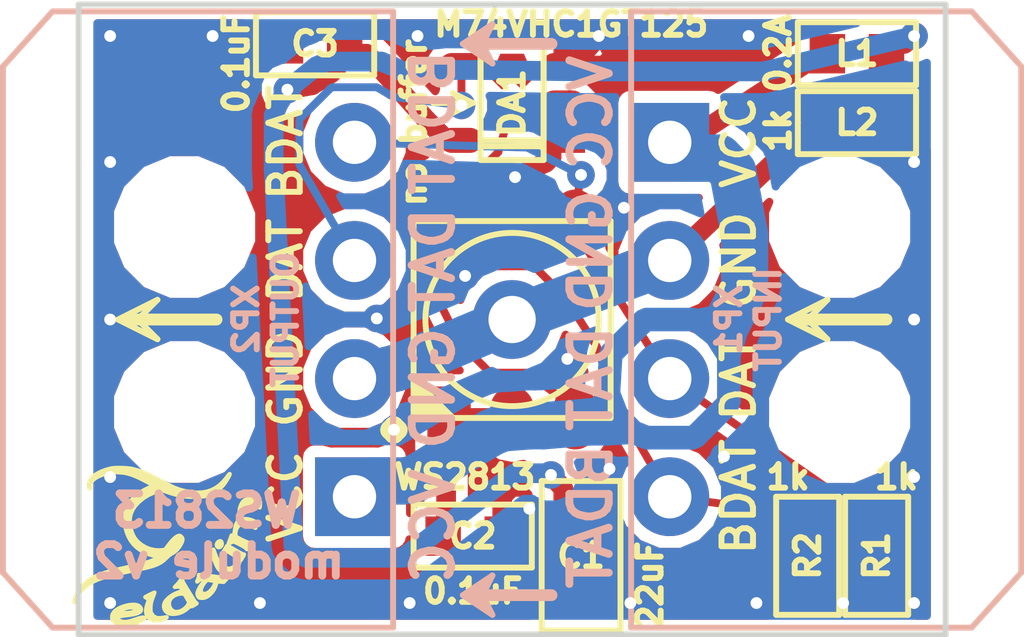
<source format=kicad_pcb>
(kicad_pcb (version 20171130) (host pcbnew "(5.0.0-rc2-dev-596-gcfd2f1d00)")

  (general
    (thickness 1.6)
    (drawings 48)
    (tracks 319)
    (zones 0)
    (modules 14)
    (nets 9)
  )

  (page A4)
  (layers
    (0 F.Cu signal)
    (31 B.Cu signal)
    (36 B.SilkS user)
    (37 F.SilkS user)
    (38 B.Mask user)
    (39 F.Mask user)
    (40 Dwgs.User user hide)
    (44 Edge.Cuts user)
  )

  (setup
    (last_trace_width 0.2)
    (trace_clearance 0.2)
    (zone_clearance 0.3)
    (zone_45_only yes)
    (trace_min 0.2)
    (segment_width 0.15)
    (edge_width 0.15)
    (via_size 0.7)
    (via_drill 0.3)
    (via_min_size 0.7)
    (via_min_drill 0.3)
    (uvia_size 0.7)
    (uvia_drill 0.3)
    (uvias_allowed no)
    (uvia_min_size 0.508)
    (uvia_min_drill 0.127)
    (pcb_text_width 0.3)
    (pcb_text_size 1.5 1.5)
    (mod_edge_width 0.15)
    (mod_text_size 1.5 1.5)
    (mod_text_width 0.15)
    (pad_size 2.5 2.7)
    (pad_drill 0)
    (pad_to_mask_clearance 0.2)
    (aux_axis_origin 111 58)
    (grid_origin 89 42)
    (visible_elements 7FFFF77F)
    (pcbplotparams
      (layerselection 0x010f0_ffffffff)
      (usegerberextensions true)
      (usegerberattributes false)
      (usegerberadvancedattributes false)
      (creategerberjobfile false)
      (gerberprecision 5)
      (excludeedgelayer true)
      (linewidth 0.150000)
      (plotframeref false)
      (viasonmask false)
      (mode 1)
      (useauxorigin false)
      (hpglpennumber 1)
      (hpglpenspeed 20)
      (hpglpendiameter 15)
      (psnegative false)
      (psa4output false)
      (plotreference true)
      (plotvalue true)
      (plotinvisibletext false)
      (padsonsilk false)
      (subtractmaskfromsilk false)
      (outputformat 1)
      (mirror false)
      (drillshape 0)
      (scaleselection 1)
      (outputdirectory Gerber/))
  )

  (net 0 "")
  (net 1 GND)
  (net 2 +VCC)
  (net 3 /Din)
  (net 4 /BDin)
  (net 5 /Dout)
  (net 6 GNDP)
  (net 7 +VCCin)
  (net 8 "Net-(DA1-Pad2)")

  (net_class Default "Это класс цепей по умолчанию."
    (clearance 0.2)
    (trace_width 0.2)
    (via_dia 0.7)
    (via_drill 0.3)
    (uvia_dia 0.7)
    (uvia_drill 0.3)
    (add_net /BDin)
    (add_net /Din)
    (add_net /Dout)
    (add_net "Net-(DA1-Pad2)")
  )

  (net_class wide ""
    (clearance 0.2)
    (trace_width 0.5)
    (via_dia 0.7)
    (via_drill 0.3)
    (uvia_dia 0.7)
    (uvia_drill 0.3)
    (add_net +VCC)
    (add_net +VCCin)
    (add_net GND)
    (add_net GNDP)
  )

  (module LEDs:WS2813 (layer F.Cu) (tedit 5D582607) (tstamp 5A0EBD82)
    (at 100 50 270)
    (path /5BE9980C)
    (attr smd)
    (fp_text reference HL1 (at 0 -1.5 270) (layer F.SilkS) hide
      (effects (font (size 0.6 0.6) (thickness 0.15)))
    )
    (fp_text value WS2813 (at 4 1.2) (layer F.SilkS)
      (effects (font (size 0.6 0.6) (thickness 0.15)))
    )
    (fp_line (start -2.5 -2.5) (end 2.5 -2.5) (layer F.SilkS) (width 0.14986))
    (fp_line (start -2.5 2.5) (end -2.5 -2.5) (layer F.SilkS) (width 0.15))
    (fp_line (start 2.5 2.5) (end -2.5 2.5) (layer F.SilkS) (width 0.15))
    (fp_line (start 2.5 -2.5) (end 2.5 2.5) (layer F.SilkS) (width 0.15))
    (fp_circle (center 0 0) (end 0 2.2) (layer F.SilkS) (width 0.15))
    (fp_line (start 2.5 1.6) (end 1.6 2.5) (layer F.SilkS) (width 0.15))
    (fp_line (start 1.7 2.5) (end 2.5 1.7) (layer F.SilkS) (width 0.15))
    (fp_line (start 2.5 1.9) (end 1.9 2.5) (layer F.SilkS) (width 0.15))
    (fp_line (start 2.1 2.5) (end 2.5 2.1) (layer F.SilkS) (width 0.15))
    (fp_line (start 2.5 2.3) (end 2.3 2.5) (layer F.SilkS) (width 0.15))
    (fp_line (start 1.5 2.5) (end 2.5 1.5) (layer F.SilkS) (width 0.15))
    (fp_text user . (at 2 3 unlocked) (layer F.SilkS)
      (effects (font (size 2 2) (thickness 0.5)))
    )
    (pad 3 smd oval (at 2.5 -1.6 270) (size 1.6 1.1) (layers F.Cu F.Paste F.Mask)
      (net 8 "Net-(DA1-Pad2)"))
    (pad 6 smd oval (at -2.5 1.6 270) (size 1.6 1.1) (layers F.Cu F.Paste F.Mask)
      (net 4 /BDin))
    (pad 4 smd oval (at -2.5 -1.6 270) (size 1.6 1.1) (layers F.Cu F.Paste F.Mask)
      (net 3 /Din))
    (pad 1 smd rect (at 2.5 1.6 270) (size 1.6 1.1) (layers F.Cu F.Paste F.Mask)
      (net 2 +VCC))
    (pad 2 smd oval (at 2.5 0 270) (size 1.6 1.1) (layers F.Cu F.Paste F.Mask)
      (net 2 +VCC))
    (pad 5 smd oval (at -2.5 0 270) (size 1.6 1.1) (layers F.Cu F.Paste F.Mask)
      (net 1 GND))
  )

  (module PCB_details:Hole_for_M2 (layer F.Cu) (tedit 5BED33AE) (tstamp 5A0EBD87)
    (at 100 50 270)
    (path /5BE9983F)
    (fp_text reference Hole1 (at 0 2.25 270) (layer F.SilkS) hide
      (effects (font (size 0.127 0.127) (thickness 0.02)))
    )
    (fp_text value HoleMetalled (at 0 -2.25 270) (layer F.SilkS) hide
      (effects (font (size 0.127 0.127) (thickness 0.02)))
    )
    (pad H thru_hole circle (at 0 0 270) (size 2 2) (drill 1.2) (layers *.Cu *.Mask)
      (net 6 GNDP) (zone_connect 2))
  )

  (module PCB_details:FuseSolder (layer F.Cu) (tedit 5D581E7E) (tstamp 5BED5468)
    (at 100 44.25 90)
    (path /5BED2404)
    (attr virtual)
    (fp_text reference fus1 (at 0 0 90) (layer F.SilkS) hide
      (effects (font (size 0.6 0.6) (thickness 0.15)))
    )
    (fp_text value "no buffer" (at -0.75 -2.5 270) (layer F.SilkS)
      (effects (font (size 0.6 0.6) (thickness 0.15)))
    )
    (fp_line (start -0.3 0) (end 0.3 0) (layer F.Mask) (width 1.1))
    (fp_line (start -0.3 0.2) (end -0.3 -0.15) (layer F.Cu) (width 0.1))
    (fp_line (start -0.3 -0.15) (end -0.15 0) (layer F.Cu) (width 0.1))
    (fp_line (start -0.15 0) (end -0.25 0.1) (layer F.Cu) (width 0.1))
    (fp_line (start -0.25 0.1) (end -0.25 0) (layer F.Cu) (width 0.1))
    (fp_line (start -0.15 0.45) (end -0.3 0.45) (layer F.Cu) (width 0.1))
    (fp_line (start -0.3 0.45) (end -0.3 0.35) (layer F.Cu) (width 0.1))
    (fp_line (start -0.3 0.35) (end -0.25 0.4) (layer F.Cu) (width 0.1))
    (fp_line (start 0.35 0.4) (end 0.25 0.25) (layer F.Cu) (width 0.1))
    (fp_line (start 0.25 0.25) (end 0.35 0.15) (layer F.Cu) (width 0.1))
    (fp_line (start 0.35 0.15) (end 0.35 0.3) (layer F.Cu) (width 0.1))
    (fp_line (start 0.35 -0.15) (end 0.25 -0.25) (layer F.Cu) (width 0.1))
    (fp_line (start 0.25 -0.25) (end 0.35 -0.35) (layer F.Cu) (width 0.1))
    (fp_line (start 0.35 -0.35) (end 0.35 -0.25) (layer F.Cu) (width 0.1))
    (fp_line (start -0.3 -0.45) (end -0.2 -0.45) (layer F.Cu) (width 0.1))
    (fp_line (start -0.2 -0.45) (end -0.3 -0.35) (layer F.Cu) (width 0.1))
    (fp_line (start -0.05 -0.5) (end -0.35 -0.5) (layer F.Cu) (width 0.1))
    (fp_line (start -0.35 -0.5) (end -0.35 0.5) (layer F.Cu) (width 0.1))
    (fp_line (start -0.35 0.5) (end -0.05 0.5) (layer F.Cu) (width 0.1))
    (fp_line (start 0.4 -0.5) (end 0.15 -0.25) (layer F.Cu) (width 0.1))
    (fp_line (start 0.15 -0.25) (end 0.4 0) (layer F.Cu) (width 0.1))
    (fp_line (start 0.4 0) (end 0.15 0.25) (layer F.Cu) (width 0.1))
    (fp_line (start 0.15 0.25) (end 0.4 0.5) (layer F.Cu) (width 0.1))
    (fp_line (start 0.4 0.5) (end 0.4 -0.5) (layer F.Cu) (width 0.1))
    (fp_line (start -0.05 0) (end -0.3 0.25) (layer F.Cu) (width 0.1))
    (fp_line (start -0.3 0.25) (end -0.05 0.5) (layer F.Cu) (width 0.1))
    (fp_line (start -0.05 0) (end -0.3 -0.25) (layer F.Cu) (width 0.1))
    (fp_line (start -0.3 -0.25) (end -0.05 -0.5) (layer F.Cu) (width 0.1))
    (fp_line (start -1.2 -0.8) (end 1.25 -0.8) (layer F.SilkS) (width 0.15))
    (fp_line (start 1.25 -0.8) (end 1.25 0.8) (layer F.SilkS) (width 0.15))
    (fp_line (start 1.25 0.8) (end -1.2 0.8) (layer F.SilkS) (width 0.15))
    (fp_line (start -1.2 0.8) (end -1.2 -0.8) (layer F.SilkS) (width 0.15))
    (pad 1 smd trapezoid (at -0.65 0 180) (size 0.85 0.6) (rect_delta 0 0.25 ) (layers F.Cu F.Paste F.Mask)
      (net 8 "Net-(DA1-Pad2)") (zone_connect 1))
    (pad 2 smd trapezoid (at 0.7 0) (size 0.85 0.6) (rect_delta 0 0.25 ) (layers F.Cu F.Paste F.Mask)
      (net 5 /Dout) (zone_connect 1))
  )

  (module Resistors:RES0603 (layer F.Cu) (tedit 5D58249E) (tstamp 5BED5481)
    (at 109.25 56 270)
    (path /5BEAC67B)
    (attr smd)
    (fp_text reference R1 (at 0 0 270) (layer F.SilkS)
      (effects (font (size 0.6 0.6) (thickness 0.15)))
    )
    (fp_text value 1k (at -2 -0.5) (layer F.SilkS)
      (effects (font (size 0.6 0.6) (thickness 0.15)))
    )
    (fp_line (start -1.5 0.8) (end -1.5 0) (layer F.SilkS) (width 0.15))
    (fp_line (start 1.5 0.8) (end -1.5 0.8) (layer F.SilkS) (width 0.15))
    (fp_line (start 1.5 -0.8) (end 1.5 0.8) (layer F.SilkS) (width 0.15))
    (fp_line (start -1.5 -0.8) (end 1.5 -0.8) (layer F.SilkS) (width 0.15))
    (fp_line (start -1.5 0) (end -1.5 -0.8) (layer F.SilkS) (width 0.15))
    (pad 2 smd rect (at 0.75 0 270) (size 0.9 1) (layers F.Cu F.Paste F.Mask)
      (net 1 GND))
    (pad 1 smd rect (at -0.75 0 270) (size 0.9 1) (layers F.Cu F.Paste F.Mask)
      (net 3 /Din))
    (model 3d\r_0603.wrl
      (at (xyz 0 0 0))
      (scale (xyz 1 1 1))
      (rotate (xyz 0 0 0))
    )
  )

  (module Resistors:RES0603 (layer F.Cu) (tedit 5D58248C) (tstamp 5BED548C)
    (at 107.5 56 270)
    (path /5BEAC536)
    (attr smd)
    (fp_text reference R2 (at 0 0 270) (layer F.SilkS)
      (effects (font (size 0.6 0.6) (thickness 0.15)))
    )
    (fp_text value 1k (at -2 0.5 180) (layer F.SilkS)
      (effects (font (size 0.6 0.6) (thickness 0.15)))
    )
    (fp_line (start -1.5 0) (end -1.5 -0.8) (layer F.SilkS) (width 0.15))
    (fp_line (start -1.5 -0.8) (end 1.5 -0.8) (layer F.SilkS) (width 0.15))
    (fp_line (start 1.5 -0.8) (end 1.5 0.8) (layer F.SilkS) (width 0.15))
    (fp_line (start 1.5 0.8) (end -1.5 0.8) (layer F.SilkS) (width 0.15))
    (fp_line (start -1.5 0.8) (end -1.5 0) (layer F.SilkS) (width 0.15))
    (pad 1 smd rect (at -0.75 0 270) (size 0.9 1) (layers F.Cu F.Paste F.Mask)
      (net 4 /BDin))
    (pad 2 smd rect (at 0.75 0 270) (size 0.9 1) (layers F.Cu F.Paste F.Mask)
      (net 1 GND))
    (model 3d\r_0603.wrl
      (at (xyz 0 0 0))
      (scale (xyz 1 1 1))
      (rotate (xyz 0 0 0))
    )
  )

  (module Capacitors:CAP0603 (layer F.Cu) (tedit 5D2F1E9F) (tstamp 5D589FF5)
    (at 99 55.5)
    (path /5BEAB9D8)
    (attr smd)
    (fp_text reference C2 (at 0 0) (layer F.SilkS)
      (effects (font (size 0.6 0.6) (thickness 0.15)))
    )
    (fp_text value 0.1uF (at 0 1.4) (layer F.SilkS)
      (effects (font (size 0.6 0.6) (thickness 0.15)))
    )
    (fp_line (start -1.5 -0.8) (end 1.5 -0.8) (layer F.SilkS) (width 0.15))
    (fp_line (start 1.5 -0.8) (end 1.5 0.8) (layer F.SilkS) (width 0.15))
    (fp_line (start 1.5 0.8) (end -1.5 0.8) (layer F.SilkS) (width 0.15))
    (fp_line (start -1.5 0.8) (end -1.5 -0.8) (layer F.SilkS) (width 0.15))
    (pad 1 smd rect (at -0.75 0) (size 0.9 1) (layers F.Cu F.Paste F.Mask)
      (net 2 +VCC))
    (pad 2 smd rect (at 0.75 0) (size 0.9 1) (layers F.Cu F.Paste F.Mask)
      (net 1 GND))
    (model 3d\c_0603.wrl
      (at (xyz 0 0 0))
      (scale (xyz 1 1 1))
      (rotate (xyz 0 0 0))
    )
  )

  (module Capacitors:CAP0603 (layer F.Cu) (tedit 5D581EAE) (tstamp 5D589FFF)
    (at 95 43 180)
    (path /5D57FF95)
    (attr smd)
    (fp_text reference C3 (at 0 0 180) (layer F.SilkS)
      (effects (font (size 0.6 0.6) (thickness 0.15)))
    )
    (fp_text value 0.1uF (at 2 -0.5 270) (layer F.SilkS)
      (effects (font (size 0.6 0.6) (thickness 0.15)))
    )
    (fp_line (start -1.5 0.8) (end -1.5 -0.8) (layer F.SilkS) (width 0.15))
    (fp_line (start 1.5 0.8) (end -1.5 0.8) (layer F.SilkS) (width 0.15))
    (fp_line (start 1.5 -0.8) (end 1.5 0.8) (layer F.SilkS) (width 0.15))
    (fp_line (start -1.5 -0.8) (end 1.5 -0.8) (layer F.SilkS) (width 0.15))
    (pad 2 smd rect (at 0.75 0 180) (size 0.9 1) (layers F.Cu F.Paste F.Mask)
      (net 1 GND))
    (pad 1 smd rect (at -0.75 0 180) (size 0.9 1) (layers F.Cu F.Paste F.Mask)
      (net 2 +VCC))
    (model 3d\c_0603.wrl
      (at (xyz 0 0 0))
      (scale (xyz 1 1 1))
      (rotate (xyz 0 0 0))
    )
  )

  (module Inductors:IND0603 (layer F.Cu) (tedit 5D582451) (tstamp 5D58A00A)
    (at 108.75 43.25)
    (path /5D580632)
    (attr smd)
    (fp_text reference L1 (at 0 0) (layer F.SilkS)
      (effects (font (size 0.6 0.6) (thickness 0.15)))
    )
    (fp_text value "1k 0.2A" (at -2 0.75 90) (layer F.SilkS)
      (effects (font (size 0.6 0.6) (thickness 0.15)))
    )
    (fp_line (start -1.5 0) (end -1.5 -0.8) (layer F.SilkS) (width 0.15))
    (fp_line (start -1.5 -0.8) (end 1.5 -0.8) (layer F.SilkS) (width 0.15))
    (fp_line (start 1.5 -0.8) (end 1.5 0.8) (layer F.SilkS) (width 0.15))
    (fp_line (start 1.5 0.8) (end -1.5 0.8) (layer F.SilkS) (width 0.15))
    (fp_line (start -1.5 0.8) (end -1.5 0) (layer F.SilkS) (width 0.15))
    (pad 1 smd rect (at -0.75 0) (size 0.9 1) (layers F.Cu F.Paste F.Mask)
      (net 7 +VCCin))
    (pad 2 smd rect (at 0.75 0) (size 0.9 1) (layers F.Cu F.Paste F.Mask)
      (net 2 +VCC))
    (model 3d\r_0603.wrl
      (at (xyz 0 0 0))
      (scale (xyz 1 1 1))
      (rotate (xyz 0 0 0))
    )
  )

  (module Inductors:IND0603 (layer F.Cu) (tedit 5D58245A) (tstamp 5D58A015)
    (at 108.75 45)
    (path /5D587411)
    (attr smd)
    (fp_text reference L2 (at 0 0) (layer F.SilkS)
      (effects (font (size 0.6 0.6) (thickness 0.15)))
    )
    (fp_text value "1k 0.2A" (at -2 -1 90) (layer F.SilkS)
      (effects (font (size 0.6 0.6) (thickness 0.15)))
    )
    (fp_line (start -1.5 0.8) (end -1.5 0) (layer F.SilkS) (width 0.15))
    (fp_line (start 1.5 0.8) (end -1.5 0.8) (layer F.SilkS) (width 0.15))
    (fp_line (start 1.5 -0.8) (end 1.5 0.8) (layer F.SilkS) (width 0.15))
    (fp_line (start -1.5 -0.8) (end 1.5 -0.8) (layer F.SilkS) (width 0.15))
    (fp_line (start -1.5 0) (end -1.5 -0.8) (layer F.SilkS) (width 0.15))
    (pad 2 smd rect (at 0.75 0) (size 0.9 1) (layers F.Cu F.Paste F.Mask)
      (net 1 GND))
    (pad 1 smd rect (at -0.75 0) (size 0.9 1) (layers F.Cu F.Paste F.Mask)
      (net 6 GNDP))
    (model 3d\r_0603.wrl
      (at (xyz 0 0 0))
      (scale (xyz 1 1 1))
      (rotate (xyz 0 0 0))
    )
  )

  (module Connectors:for_WS2813_MicroFit-1x4R (layer B.Cu) (tedit 5D599001) (tstamp 5D58A016)
    (at 104 50 270)
    (path /5BE997EB)
    (fp_text reference XP1 (at 0 -1.5 270) (layer B.SilkS)
      (effects (font (size 0.6 0.6) (thickness 0.15)) (justify mirror))
    )
    (fp_text value INPUT (at 0 -2.5 90) (layer B.SilkS)
      (effects (font (size 0.6 0.6) (thickness 0.15)) (justify mirror))
    )
    (fp_text user BDAT (at 5 2 270) (layer B.SilkS)
      (effects (font (size 1 1) (thickness 0.2)) (justify mirror))
    )
    (fp_text user BDAT (at 4.5 -1.75 270) (layer F.SilkS)
      (effects (font (size 0.8 0.8) (thickness 0.15)))
    )
    (fp_line (start -6.425 -8.92) (end -7.825 -7.66) (layer B.SilkS) (width 0.15))
    (fp_line (start 6.425 -8.92) (end 7.825 -7.66) (layer B.SilkS) (width 0.15))
    (fp_line (start 7.825 -7.66) (end 7.825 0.98) (layer B.SilkS) (width 0.15))
    (fp_line (start 7.825 0.98) (end -7.825 0.98) (layer B.SilkS) (width 0.15))
    (fp_line (start -7.825 -7.66) (end -7.825 0.98) (layer B.SilkS) (width 0.15))
    (fp_line (start -6.425 -8.92) (end 6.425 -8.92) (layer B.SilkS) (width 0.15))
    (fp_text user DAT (at 1.5 -1.75 270) (layer F.SilkS)
      (effects (font (size 0.8 0.8) (thickness 0.15)))
    )
    (fp_text user GND (at -1.5 -1.75 270) (layer F.SilkS)
      (effects (font (size 0.8 0.8) (thickness 0.15)))
    )
    (fp_text user VCC (at -4.5 -1.75 270) (layer F.SilkS)
      (effects (font (size 0.8 0.8) (thickness 0.15)))
    )
    (fp_text user DAT (at 1.5 2 270) (layer B.SilkS)
      (effects (font (size 1 1) (thickness 0.2)) (justify mirror))
    )
    (fp_text user GND (at -1.75 2 270) (layer B.SilkS)
      (effects (font (size 1 1) (thickness 0.2)) (justify mirror))
    )
    (fp_text user VCC (at -5.25 2 270) (layer B.SilkS)
      (effects (font (size 1 1) (thickness 0.2)) (justify mirror))
    )
    (pad "" np_thru_hole circle (at 2.35 -4.32 270) (size 3 3) (drill 3) (layers *.Cu *.Mask))
    (pad 4 thru_hole circle (at 4.5 0 270) (size 2 2) (drill 1.1) (layers *.Cu *.Mask)
      (net 4 /BDin))
    (pad 3 thru_hole circle (at 1.5 0 270) (size 2 2) (drill 1.1) (layers *.Cu *.Mask)
      (net 3 /Din))
    (pad 2 thru_hole circle (at -1.5 0 270) (size 2 2) (drill 1.1) (layers *.Cu *.Mask)
      (net 6 GNDP))
    (pad 1 thru_hole rect (at -4.5 0 270) (size 2 2) (drill 1.1) (layers *.Cu *.Mask)
      (net 7 +VCCin))
    (pad "" np_thru_hole circle (at -2.35 -4.32 270) (size 3 3) (drill 3) (layers *.Cu *.Mask))
  )

  (module Connectors:for_WS2813_MicroFit-1x4R (layer B.Cu) (tedit 5D59900D) (tstamp 5D58A02D)
    (at 96 50 90)
    (path /5BE997E3)
    (fp_text reference XP2 (at 0 -2.75 90) (layer B.SilkS)
      (effects (font (size 0.6 0.6) (thickness 0.15)) (justify mirror))
    )
    (fp_text value OUTPUT (at 0 -1.75 90) (layer B.SilkS)
      (effects (font (size 0.6 0.6) (thickness 0.15)) (justify mirror))
    )
    (fp_text user VCC (at -5.25 2 90) (layer B.SilkS)
      (effects (font (size 1 1) (thickness 0.2)) (justify mirror))
    )
    (fp_text user GND (at -1.75 2 90) (layer B.SilkS)
      (effects (font (size 1 1) (thickness 0.2)) (justify mirror))
    )
    (fp_text user DAT (at 1.5 2 90) (layer B.SilkS)
      (effects (font (size 1 1) (thickness 0.2)) (justify mirror))
    )
    (fp_text user VCC (at -4.5 -1.75 90) (layer F.SilkS)
      (effects (font (size 0.8 0.8) (thickness 0.15)))
    )
    (fp_text user GND (at -1.5 -1.75 90) (layer F.SilkS)
      (effects (font (size 0.8 0.8) (thickness 0.15)))
    )
    (fp_text user DAT (at 1.5 -1.75 90) (layer F.SilkS)
      (effects (font (size 0.8 0.8) (thickness 0.15)))
    )
    (fp_line (start -6.425 -8.92) (end 6.425 -8.92) (layer B.SilkS) (width 0.15))
    (fp_line (start -7.825 -7.66) (end -7.825 0.98) (layer B.SilkS) (width 0.15))
    (fp_line (start 7.825 0.98) (end -7.825 0.98) (layer B.SilkS) (width 0.15))
    (fp_line (start 7.825 -7.66) (end 7.825 0.98) (layer B.SilkS) (width 0.15))
    (fp_line (start 6.425 -8.92) (end 7.825 -7.66) (layer B.SilkS) (width 0.15))
    (fp_line (start -6.425 -8.92) (end -7.825 -7.66) (layer B.SilkS) (width 0.15))
    (fp_text user BDAT (at 4.5 -1.75 90) (layer F.SilkS)
      (effects (font (size 0.8 0.8) (thickness 0.15)))
    )
    (fp_text user BDAT (at 5 2 90) (layer B.SilkS)
      (effects (font (size 1 1) (thickness 0.2)) (justify mirror))
    )
    (pad "" np_thru_hole circle (at -2.35 -4.32 90) (size 3 3) (drill 3) (layers *.Cu *.Mask))
    (pad 1 thru_hole rect (at -4.5 0 90) (size 2 2) (drill 1.1) (layers *.Cu *.Mask)
      (net 7 +VCCin))
    (pad 2 thru_hole circle (at -1.5 0 90) (size 2 2) (drill 1.1) (layers *.Cu *.Mask)
      (net 6 GNDP))
    (pad 3 thru_hole circle (at 1.5 0 90) (size 2 2) (drill 1.1) (layers *.Cu *.Mask)
      (net 5 /Dout))
    (pad 4 thru_hole circle (at 4.5 0 90) (size 2 2) (drill 1.1) (layers *.Cu *.Mask)
      (net 3 /Din))
    (pad "" np_thru_hole circle (at 2.35 -4.32 90) (size 3 3) (drill 3) (layers *.Cu *.Mask))
  )

  (module Capacitors:CAP0805 (layer F.Cu) (tedit 5D5825ED) (tstamp 5D59A1F6)
    (at 101.75 56 270)
    (path /5D58D8BD)
    (attr smd)
    (fp_text reference C1 (at 0 0) (layer F.SilkS)
      (effects (font (size 0.6 0.6) (thickness 0.15)))
    )
    (fp_text value 22uF (at 0.75 -1.75 270) (layer F.SilkS)
      (effects (font (size 0.6 0.6) (thickness 0.15)))
    )
    (fp_line (start -1.9 -1) (end 1.9 -1) (layer F.SilkS) (width 0.15))
    (fp_line (start 1.9 -1) (end 1.9 1) (layer F.SilkS) (width 0.15))
    (fp_line (start 1.9 1) (end -1.9 1) (layer F.SilkS) (width 0.15))
    (fp_line (start -1.9 1) (end -1.9 -1) (layer F.SilkS) (width 0.15))
    (pad 1 smd rect (at -1.05 0 270) (size 1.1 1.4) (layers F.Cu F.Paste F.Mask)
      (net 2 +VCC))
    (pad 2 smd rect (at 1.05 0 270) (size 1.1 1.4) (layers F.Cu F.Paste F.Mask)
      (net 1 GND))
    (model 3d\c_0805.wrl
      (at (xyz 0 0 0))
      (scale (xyz 1 1 1))
      (rotate (xyz 0 0 0))
    )
  )

  (module Graphics:Eldalim_5x4 (layer F.Cu) (tedit 5B095874) (tstamp 5D59A1FF)
    (at 91.25 55.75)
    (path /5BEC6F21)
    (attr virtual)
    (fp_text reference Logo1 (at 0 0) (layer F.SilkS) hide
      (effects (font (size 1.524 1.524) (thickness 0.3)))
    )
    (fp_text value Eldalim (at 0.75 0) (layer F.SilkS) hide
      (effects (font (size 1.524 1.524) (thickness 0.3)))
    )
    (fp_poly (pts (xy -0.569935 1.832292) (xy -0.581274 1.847444) (xy -0.60452 1.866294) (xy -0.637153 1.887458)
      (xy -0.67665 1.90955) (xy -0.720489 1.931186) (xy -0.766151 1.950981) (xy -0.811111 1.96755)
      (xy -0.85285 1.979508) (xy -0.863671 1.981853) (xy -0.904985 1.987788) (xy -0.95706 1.991932)
      (xy -1.015413 1.994274) (xy -1.07556 1.994803) (xy -1.133017 1.993509) (xy -1.1833 1.990381)
      (xy -1.221926 1.985408) (xy -1.233714 1.982734) (xy -1.300236 1.95811) (xy -1.350393 1.92577)
      (xy -1.384284 1.88562) (xy -1.402007 1.837569) (xy -1.404074 1.822811) (xy -1.400732 1.766382)
      (xy -1.379874 1.713081) (xy -1.341931 1.663359) (xy -1.287329 1.617664) (xy -1.216499 1.576444)
      (xy -1.136412 1.542511) (xy -1.048388 1.51502) (xy -0.962904 1.497191) (xy -0.883103 1.489371)
      (xy -0.812128 1.491906) (xy -0.7645 1.50142) (xy -0.721819 1.520547) (xy -0.689419 1.547859)
      (xy -0.668988 1.580353) (xy -0.662213 1.615026) (xy -0.67078 1.648876) (xy -0.676421 1.658175)
      (xy -0.704524 1.684168) (xy -0.75039 1.707395) (xy -0.782065 1.717583) (xy -0.782065 1.620972)
      (xy -0.78357 1.603095) (xy -0.802464 1.585751) (xy -0.809625 1.581735) (xy -0.855579 1.566497)
      (xy -0.911955 1.561287) (xy -0.974319 1.565724) (xy -1.038233 1.579426) (xy -1.099264 1.602011)
      (xy -1.110977 1.607684) (xy -1.139862 1.62418) (xy -1.16881 1.643758) (xy -1.194588 1.663763)
      (xy -1.213964 1.681537) (xy -1.223702 1.694423) (xy -1.222541 1.699366) (xy -1.201838 1.70326)
      (xy -1.167424 1.70506) (xy -1.123586 1.704933) (xy -1.074616 1.703048) (xy -1.024801 1.699573)
      (xy -0.978432 1.694675) (xy -0.939797 1.688524) (xy -0.93834 1.688226) (xy -0.876087 1.67301)
      (xy -0.828903 1.656409) (xy -0.797369 1.638903) (xy -0.782065 1.620972) (xy -0.782065 1.717583)
      (xy -0.813844 1.727805) (xy -0.894711 1.745345) (xy -0.992815 1.759962) (xy -1.032175 1.764483)
      (xy -1.115358 1.774666) (xy -1.180671 1.785522) (xy -1.228378 1.797109) (xy -1.258741 1.809486)
      (xy -1.269082 1.817715) (xy -1.271424 1.833261) (xy -1.260234 1.853617) (xy -1.238277 1.875625)
      (xy -1.208316 1.896123) (xy -1.194013 1.903521) (xy -1.154899 1.918547) (xy -1.113795 1.926872)
      (xy -1.068338 1.928231) (xy -1.016165 1.922361) (xy -0.95491 1.908997) (xy -0.882209 1.887875)
      (xy -0.79695 1.859172) (xy -0.72292 1.834989) (xy -0.663642 1.819938) (xy -0.618275 1.81388)
      (xy -0.585977 1.816678) (xy -0.573025 1.822223) (xy -0.569935 1.832292)) (layer F.SilkS) (width 0.1))
    (fp_poly (pts (xy -0.010443 1.80736) (xy -0.016549 1.816749) (xy -0.017536 1.817955) (xy -0.046933 1.842022)
      (xy -0.090168 1.862418) (xy -0.143184 1.878465) (xy -0.201922 1.889482) (xy -0.262328 1.89479)
      (xy -0.320342 1.89371) (xy -0.371909 1.885562) (xy -0.389586 1.880256) (xy -0.420357 1.864617)
      (xy -0.454054 1.840198) (xy -0.47219 1.823746) (xy -0.510137 1.776005) (xy -0.533651 1.722311)
      (xy -0.542878 1.661318) (xy -0.537968 1.591677) (xy -0.51907 1.512043) (xy -0.509733 1.483179)
      (xy -0.49281 1.43218) (xy -0.482556 1.395169) (xy -0.479193 1.369175) (xy -0.48294 1.351227)
      (xy -0.494019 1.338354) (xy -0.512652 1.327586) (xy -0.521607 1.323494) (xy -0.545185 1.311884)
      (xy -0.559926 1.302354) (xy -0.562419 1.299058) (xy -0.55482 1.293191) (xy -0.534356 1.28146)
      (xy -0.504515 1.265594) (xy -0.468786 1.247321) (xy -0.43066 1.228367) (xy -0.393624 1.210462)
      (xy -0.361168 1.195333) (xy -0.336781 1.184707) (xy -0.323952 1.180312) (xy -0.322895 1.180446)
      (xy -0.324747 1.189756) (xy -0.331969 1.212398) (xy -0.34336 1.244792) (xy -0.355257 1.276886)
      (xy -0.379736 1.343807) (xy -0.397513 1.398814) (xy -0.409579 1.446424) (xy -0.416927 1.491156)
      (xy -0.420547 1.537527) (xy -0.421424 1.578429) (xy -0.421247 1.622224) (xy -0.419645 1.653034)
      (xy -0.415662 1.676009) (xy -0.408342 1.6963) (xy -0.396729 1.719057) (xy -0.394607 1.722913)
      (xy -0.358798 1.770938) (xy -0.312795 1.806233) (xy -0.259833 1.826454) (xy -0.248781 1.82847)
      (xy -0.217268 1.82999) (xy -0.173049 1.827811) (xy -0.121076 1.822393) (xy -0.0663 1.814203)
      (xy -0.036286 1.808585) (xy -0.016028 1.805136) (xy -0.010443 1.80736)) (layer F.SilkS) (width 0.1))
    (fp_poly (pts (xy 0.748247 1.460736) (xy 0.739038 1.468125) (xy 0.718102 1.482013) (xy 0.689411 1.499801)
      (xy 0.679437 1.505776) (xy 0.646091 1.524744) (xy 0.62471 1.534457) (xy 0.612338 1.535976)
      (xy 0.60684 1.531853) (xy 0.599756 1.517188) (xy 0.598853 1.512927) (xy 0.592864 1.515849)
      (xy 0.576938 1.529156) (xy 0.556373 1.54813) (xy 0.556373 1.436433) (xy 0.498168 1.330573)
      (xy 0.471784 1.284663) (xy 0.449089 1.249285) (xy 0.431506 1.22652) (xy 0.421821 1.2187)
      (xy 0.390344 1.213789) (xy 0.347794 1.214588) (xy 0.300139 1.220583) (xy 0.25335 1.231257)
      (xy 0.244259 1.234023) (xy 0.177698 1.262661) (xy 0.123489 1.300999) (xy 0.082606 1.347184)
      (xy 0.056023 1.399365) (xy 0.044715 1.45569) (xy 0.049657 1.514306) (xy 0.068816 1.567514)
      (xy 0.102217 1.616949) (xy 0.144878 1.651286) (xy 0.195504 1.670182) (xy 0.252801 1.673296)
      (xy 0.315475 1.660288) (xy 0.357277 1.643596) (xy 0.417004 1.608442) (xy 0.470811 1.563412)
      (xy 0.513896 1.51289) (xy 0.530917 1.485053) (xy 0.556373 1.436433) (xy 0.556373 1.54813)
      (xy 0.55394 1.550375) (xy 0.54105 1.562819) (xy 0.460721 1.630379) (xy 0.375634 1.680453)
      (xy 0.285675 1.713092) (xy 0.190731 1.728347) (xy 0.176893 1.729105) (xy 0.114534 1.72907)
      (xy 0.067421 1.722924) (xy 0.054151 1.71929) (xy -0.000988 1.692989) (xy -0.043688 1.65516)
      (xy -0.072871 1.60842) (xy -0.087459 1.555387) (xy -0.086374 1.498679) (xy -0.068537 1.440913)
      (xy -0.064185 1.431996) (xy -0.029438 1.380314) (xy 0.019988 1.329046) (xy 0.080714 1.280381)
      (xy 0.149362 1.236511) (xy 0.222557 1.199626) (xy 0.296919 1.171917) (xy 0.35977 1.157007)
      (xy 0.397504 1.150754) (xy 0.368841 1.101846) (xy 0.343917 1.065853) (xy 0.317745 1.044845)
      (xy 0.285354 1.036407) (xy 0.241771 1.038126) (xy 0.238483 1.038525) (xy 0.186476 1.045023)
      (xy 0.250697 0.977415) (xy 0.28152 0.942935) (xy 0.310366 0.907126) (xy 0.332821 0.875609)
      (xy 0.340184 0.863384) (xy 0.354693 0.839235) (xy 0.366508 0.82403) (xy 0.372022 0.821023)
      (xy 0.376943 0.831748) (xy 0.38162 0.853992) (xy 0.383096 0.865032) (xy 0.386474 0.88046)
      (xy 0.394176 0.90085) (xy 0.407131 0.927919) (xy 0.426263 0.963389) (xy 0.452501 1.00898)
      (xy 0.48677 1.066413) (xy 0.528593 1.135115) (xy 0.565287 1.19501) (xy 0.599816 1.251376)
      (xy 0.630784 1.301933) (xy 0.656794 1.3444) (xy 0.676448 1.376495) (xy 0.688349 1.395938)
      (xy 0.689871 1.398427) (xy 0.70778 1.422305) (xy 0.72693 1.440186) (xy 0.731232 1.442883)
      (xy 0.745432 1.453327) (xy 0.748247 1.460736)) (layer F.SilkS) (width 0.1))
    (fp_poly (pts (xy 1.5875 -1.822094) (xy 1.582618 -1.804866) (xy 1.569267 -1.776062) (xy 1.549392 -1.738965)
      (xy 1.524937 -1.696856) (xy 1.497847 -1.653016) (xy 1.470066 -1.610728) (xy 1.443538 -1.573274)
      (xy 1.428738 -1.554123) (xy 1.352065 -1.468725) (xy 1.272249 -1.39946) (xy 1.186233 -1.344318)
      (xy 1.090962 -1.301288) (xy 1.00123 -1.272949) (xy 0.966323 -1.264226) (xy 0.934023 -1.257715)
      (xy 0.900339 -1.252994) (xy 0.861283 -1.249643) (xy 0.812863 -1.247238) (xy 0.751092 -1.24536)
      (xy 0.736723 -1.245008) (xy 0.631299 -1.244062) (xy 0.538924 -1.246853) (xy 0.454825 -1.253732)
      (xy 0.374229 -1.265047) (xy 0.318237 -1.275608) (xy 0.255195 -1.290201) (xy 0.181631 -1.309746)
      (xy 0.103846 -1.332399) (xy 0.02814 -1.356314) (xy -0.039188 -1.379645) (xy -0.047632 -1.382777)
      (xy -0.132944 -1.41473) (xy -0.213883 -1.392547) (xy -0.354425 -1.346159) (xy -0.482423 -1.287251)
      (xy -0.599049 -1.215178) (xy -0.705479 -1.129293) (xy -0.72459 -1.111412) (xy -0.804633 -1.02518)
      (xy -0.867028 -0.936237) (xy -0.911949 -0.843845) (xy -0.939572 -0.747267) (xy -0.950071 -0.645764)
      (xy -0.943619 -0.538601) (xy -0.920392 -0.425038) (xy -0.901624 -0.362857) (xy -0.868702 -0.278638)
      (xy -0.829101 -0.206919) (xy -0.779474 -0.142367) (xy -0.73405 -0.095814) (xy -0.645062 -0.024033)
      (xy -0.54661 0.033121) (xy -0.440935 0.074692) (xy -0.330277 0.099728) (xy -0.258536 0.106603)
      (xy -0.19926 0.107663) (xy -0.146735 0.105474) (xy -0.106519 0.100268) (xy -0.10619 0.1002)
      (xy -0.053631 0.089263) (xy 0.024628 -0.016601) (xy 0.086058 -0.095094) (xy 0.143547 -0.159246)
      (xy 0.196474 -0.208514) (xy 0.244216 -0.242357) (xy 0.286152 -0.260232) (xy 0.307664 -0.263071)
      (xy 0.326401 -0.256843) (xy 0.349553 -0.241049) (xy 0.359228 -0.232228) (xy 0.380226 -0.205301)
      (xy 0.389554 -0.176056) (xy 0.387197 -0.141314) (xy 0.373138 -0.097895) (xy 0.358392 -0.06492)
      (xy 0.306086 0.024838) (xy 0.241616 0.101798) (xy 0.165844 0.165062) (xy 0.101875 0.203102)
      (xy 0.071661 0.222277) (xy 0.033849 0.252273) (xy -0.007649 0.289887) (xy -0.025125 0.307073)
      (xy -0.095403 0.37149) (xy -0.166618 0.422566) (xy -0.244756 0.464099) (xy -0.32052 0.494536)
      (xy -0.359254 0.508015) (xy -0.396803 0.520154) (xy -0.435755 0.531598) (xy -0.478695 0.542989)
      (xy -0.528208 0.554972) (xy -0.586882 0.568188) (xy -0.657301 0.583283) (xy -0.742052 0.600899)
      (xy -0.775607 0.607786) (xy -0.937958 0.641409) (xy -1.083655 0.672463) (xy -1.213949 0.701307)
      (xy -1.330093 0.728301) (xy -1.433337 0.753805) (xy -1.524934 0.778178) (xy -1.606133 0.801779)
      (xy -1.678187 0.824968) (xy -1.742347 0.848104) (xy -1.799864 0.871547) (xy -1.85199 0.895657)
      (xy -1.899975 0.920792) (xy -1.934073 0.940576) (xy -2.030521 1.004427) (xy -2.111352 1.070677)
      (xy -2.179087 1.141975) (xy -2.236251 1.220971) (xy -2.284587 1.308702) (xy -2.303996 1.347862)
      (xy -2.32197 1.382386) (xy -2.336284 1.408095) (xy -2.343736 1.419679) (xy -2.354221 1.431753)
      (xy -2.357778 1.428167) (xy -2.358283 1.414464) (xy -2.354841 1.389986) (xy -2.345177 1.353951)
      (xy -2.330923 1.31116) (xy -2.313706 1.266412) (xy -2.295156 1.224508) (xy -2.29077 1.215572)
      (xy -2.22518 1.104996) (xy -2.144752 1.004746) (xy -2.049721 0.91505) (xy -1.940319 0.836134)
      (xy -1.8415 0.780355) (xy -1.769498 0.746499) (xy -1.691912 0.715022) (xy -1.606448 0.685203)
      (xy -1.510809 0.656323) (xy -1.4027 0.627659) (xy -1.279826 0.598491) (xy -1.220107 0.585227)
      (xy -1.133539 0.565986) (xy -1.042685 0.545141) (xy -0.949923 0.523288) (xy -0.857634 0.501024)
      (xy -0.768199 0.478945) (xy -0.683996 0.457647) (xy -0.607407 0.437727) (xy -0.54081 0.419781)
      (xy -0.486587 0.404405) (xy -0.447117 0.392196) (xy -0.439964 0.389754) (xy -0.366482 0.361285)
      (xy -0.302211 0.331031) (xy -0.250701 0.300744) (xy -0.232073 0.287127) (xy -0.205611 0.26599)
      (xy -0.272895 0.260179) (xy -0.379023 0.24248) (xy -0.489486 0.207402) (xy -0.559005 0.177432)
      (xy -0.674043 0.11446) (xy -0.774604 0.040957) (xy -0.860988 -0.04348) (xy -0.933492 -0.139254)
      (xy -0.992415 -0.24677) (xy -1.038054 -0.366429) (xy -1.070707 -0.498636) (xy -1.074668 -0.520527)
      (xy -1.087374 -0.643292) (xy -1.082584 -0.761712) (xy -1.060531 -0.875281) (xy -1.02145 -0.983495)
      (xy -0.965577 -1.08585) (xy -0.893145 -1.18184) (xy -0.804389 -1.270962) (xy -0.699545 -1.352709)
      (xy -0.682305 -1.364398) (xy -0.601595 -1.413908) (xy -0.516873 -1.458352) (xy -0.434531 -1.494526)
      (xy -0.391676 -1.510031) (xy -0.372164 -1.516363) (xy -0.35934 -1.521648) (xy -0.354578 -1.527401)
      (xy -0.35925 -1.535134) (xy -0.374731 -1.546361) (xy -0.402395 -1.562595) (xy -0.443614 -1.585351)
      (xy -0.47625 -1.603216) (xy -0.591834 -1.665094) (xy -0.695003 -1.716933) (xy -0.787872 -1.759558)
      (xy -0.872558 -1.793792) (xy -0.951176 -1.82046) (xy -1.025842 -1.840387) (xy -1.098672 -1.854395)
      (xy -1.133691 -1.85927) (xy -1.276581 -1.868823) (xy -1.413543 -1.861453) (xy -1.545591 -1.836999)
      (xy -1.673742 -1.7953) (xy -1.750786 -1.761153) (xy -1.82316 -1.720345) (xy -1.878473 -1.676453)
      (xy -1.917722 -1.628166) (xy -1.941901 -1.574176) (xy -1.952006 -1.513173) (xy -1.952451 -1.495829)
      (xy -1.954606 -1.465467) (xy -1.961173 -1.452173) (xy -1.964041 -1.451428) (xy -1.973827 -1.454809)
      (xy -1.981067 -1.467222) (xy -1.987176 -1.492077) (xy -1.991284 -1.517002) (xy -1.991282 -1.566179)
      (xy -1.979164 -1.620715) (xy -1.956744 -1.674342) (xy -1.936206 -1.707549) (xy -1.888869 -1.760032)
      (xy -1.825707 -1.810161) (xy -1.749002 -1.856771) (xy -1.661032 -1.898697) (xy -1.564079 -1.934771)
      (xy -1.460421 -1.963828) (xy -1.415977 -1.973551) (xy -1.367058 -1.980348) (xy -1.304538 -1.984476)
      (xy -1.232745 -1.986046) (xy -1.156008 -1.985168) (xy -1.078655 -1.981952) (xy -1.005013 -1.976508)
      (xy -0.939411 -1.968945) (xy -0.889647 -1.960161) (xy -0.81417 -1.941474) (xy -0.737357 -1.918337)
      (xy -0.657082 -1.889871) (xy -0.571216 -1.855193) (xy -0.477631 -1.813423) (xy -0.3742 -1.76368)
      (xy -0.258794 -1.705083) (xy -0.202839 -1.675829) (xy -0.10397 -1.623969) (xy -0.018905 -1.579977)
      (xy 0.054447 -1.54298) (xy 0.11818 -1.5121) (xy 0.174385 -1.486462) (xy 0.225154 -1.465189)
      (xy 0.27258 -1.447408) (xy 0.318754 -1.43224) (xy 0.365768 -1.418811) (xy 0.415714 -1.406246)
      (xy 0.470685 -1.393667) (xy 0.471714 -1.393439) (xy 0.618698 -1.367521) (xy 0.756336 -1.357021)
      (xy 0.885111 -1.362107) (xy 1.005506 -1.382946) (xy 1.118003 -1.419707) (xy 1.223085 -1.472556)
      (xy 1.321236 -1.541663) (xy 1.412937 -1.627194) (xy 1.498671 -1.729317) (xy 1.51932 -1.757589)
      (xy 1.547856 -1.796487) (xy 1.567951 -1.820757) (xy 1.580554 -1.831295) (xy 1.586612 -1.828997)
      (xy 1.5875 -1.822094)) (layer F.SilkS) (width 0.1))
    (fp_poly (pts (xy 1.523468 0.812915) (xy 1.519517 0.820745) (xy 1.505449 0.837964) (xy 1.484062 0.861215)
      (xy 1.478111 0.867361) (xy 1.42875 0.917844) (xy 1.352034 0.911868) (xy 1.316087 0.908953)
      (xy 1.2871 0.90639) (xy 1.269821 0.904607) (xy 1.267438 0.90425) (xy 1.261571 0.911583)
      (xy 1.252551 0.932588) (xy 1.241932 0.963415) (xy 1.237066 0.979402) (xy 1.222871 1.021634)
      (xy 1.222871 0.904836) (xy 1.221421 0.900897) (xy 1.210966 0.897495) (xy 1.186372 0.892054)
      (xy 1.151423 0.885352) (xy 1.113927 0.87883) (xy 1.011464 0.861793) (xy 0.964738 0.911139)
      (xy 0.927465 0.956176) (xy 0.896522 1.00463) (xy 0.873059 1.053424) (xy 0.858225 1.099479)
      (xy 0.85317 1.139717) (xy 0.859044 1.171058) (xy 0.864342 1.179945) (xy 0.894025 1.204287)
      (xy 0.932814 1.214433) (xy 0.978155 1.210086) (xy 1.014359 1.197393) (xy 1.052494 1.173738)
      (xy 1.093285 1.137888) (xy 1.132372 1.094379) (xy 1.165395 1.047748) (xy 1.175925 1.029246)
      (xy 1.195529 0.989146) (xy 1.210727 0.95268) (xy 1.220259 0.923394) (xy 1.222871 0.904836)
      (xy 1.222871 1.021634) (xy 1.214174 1.04751) (xy 1.187692 1.103844) (xy 1.154031 1.154774)
      (xy 1.109602 1.206669) (xy 1.108167 1.2082) (xy 1.050132 1.262096) (xy 0.993003 1.29877)
      (xy 0.935306 1.318989) (xy 0.885283 1.323815) (xy 0.852041 1.321925) (xy 0.823652 1.31768)
      (xy 0.810102 1.31357) (xy 0.789523 1.29531) (xy 0.772739 1.265675) (xy 0.763107 1.231428)
      (xy 0.762 1.216676) (xy 0.768629 1.172321) (xy 0.787478 1.119139) (xy 0.816995 1.06011)
      (xy 0.855623 0.998211) (xy 0.90181 0.936424) (xy 0.918748 0.916215) (xy 0.969634 0.85725)
      (xy 0.931585 0.845573) (xy 0.886723 0.837952) (xy 0.846557 0.845538) (xy 0.807191 0.869346)
      (xy 0.792936 0.881648) (xy 0.769947 0.901648) (xy 0.757452 0.908793) (xy 0.754996 0.902293)
      (xy 0.762126 0.881361) (xy 0.775518 0.851348) (xy 0.788258 0.818066) (xy 0.796491 0.785212)
      (xy 0.798197 0.768804) (xy 0.798286 0.734786) (xy 0.86012 0.734786) (xy 0.891299 0.736243)
      (xy 0.935376 0.740252) (xy 0.987371 0.746268) (xy 1.042306 0.753746) (xy 1.065185 0.757212)
      (xy 1.127909 0.766367) (xy 1.200814 0.775955) (xy 1.275992 0.784995) (xy 1.345535 0.792504)
      (xy 1.36394 0.794295) (xy 1.415039 0.799309) (xy 1.459551 0.804053) (xy 1.494458 0.808176)
      (xy 1.516744 0.811325) (xy 1.523468 0.812915)) (layer F.SilkS) (width 0.1))
    (fp_poly (pts (xy 1.835487 0.385536) (xy 1.83002 0.419384) (xy 1.819198 0.452226) (xy 1.797575 0.492485)
      (xy 1.768029 0.535655) (xy 1.733435 0.577231) (xy 1.720787 0.590453) (xy 1.664118 0.63587)
      (xy 1.60133 0.665878) (xy 1.535043 0.679986) (xy 1.467874 0.677705) (xy 1.402443 0.658544)
      (xy 1.389423 0.652458) (xy 1.349571 0.629358) (xy 1.316278 0.601944) (xy 1.287359 0.567294)
      (xy 1.26063 0.522486) (xy 1.233906 0.4646) (xy 1.216537 0.421265) (xy 1.194562 0.370567)
      (xy 1.173435 0.334082) (xy 1.154039 0.313139) (xy 1.141431 0.308429) (xy 1.126916 0.310876)
      (xy 1.103231 0.316952) (xy 1.096369 0.318954) (xy 1.073278 0.324556) (xy 1.058549 0.325685)
      (xy 1.056713 0.324951) (xy 1.058833 0.315633) (xy 1.067692 0.292992) (xy 1.082029 0.259991)
      (xy 1.100582 0.219591) (xy 1.11046 0.198766) (xy 1.132823 0.153576) (xy 1.151325 0.11918)
      (xy 1.164942 0.097326) (xy 1.172651 0.089763) (xy 1.173728 0.090715) (xy 1.178781 0.10469)
      (xy 1.18837 0.131383) (xy 1.200928 0.166423) (xy 1.209856 0.191369) (xy 1.233326 0.253943)
      (xy 1.255177 0.304528) (xy 1.278155 0.348745) (xy 1.305006 0.392215) (xy 1.315772 0.408215)
      (xy 1.369213 0.475465) (xy 1.425579 0.525544) (xy 1.484461 0.55818) (xy 1.545449 0.573102)
      (xy 1.566051 0.574092) (xy 1.602981 0.570196) (xy 1.639302 0.557433) (xy 1.677724 0.534196)
      (xy 1.720959 0.498875) (xy 1.766569 0.455078) (xy 1.835487 0.385536)) (layer F.SilkS) (width 0.1))
    (fp_poly (pts (xy 1.950357 0.215636) (xy 1.945882 0.227028) (xy 1.934215 0.249228) (xy 1.917996 0.277796)
      (xy 1.899865 0.30829) (xy 1.882462 0.33627) (xy 1.868426 0.357296) (xy 1.86044 0.366901)
      (xy 1.85152 0.363876) (xy 1.845796 0.353031) (xy 1.836258 0.341751) (xy 1.813683 0.322846)
      (xy 1.780575 0.298051) (xy 1.739437 0.269106) (xy 1.692771 0.237748) (xy 1.643081 0.205716)
      (xy 1.592869 0.174747) (xy 1.566743 0.159266) (xy 1.527383 0.141847) (xy 1.492344 0.140059)
      (xy 1.456909 0.154231) (xy 1.436311 0.168359) (xy 1.417981 0.180434) (xy 1.40724 0.183825)
      (xy 1.406071 0.182173) (xy 1.410699 0.170656) (xy 1.422985 0.148325) (xy 1.440528 0.119468)
      (xy 1.445666 0.111408) (xy 1.466777 0.077842) (xy 1.485872 0.046149) (xy 1.49921 0.02256)
      (xy 1.500327 0.020411) (xy 1.51265 0.001015) (xy 1.523591 -0.008782) (xy 1.525094 -0.009071)
      (xy 1.535342 -0.004618) (xy 1.558847 0.007878) (xy 1.593313 0.027122) (xy 1.636443 0.051821)
      (xy 1.685938 0.080679) (xy 1.718297 0.099786) (xy 1.780108 0.135825) (xy 1.833309 0.165574)
      (xy 1.876277 0.188183) (xy 1.90739 0.202803) (xy 1.925026 0.208584) (xy 1.926079 0.208643)
      (xy 1.943887 0.210896) (xy 1.950357 0.215636)) (layer F.SilkS) (width 0.1))
    (fp_poly (pts (xy 2.361046 -1.11357) (xy 2.35526 -1.045117) (xy 2.352011 -1.011858) (xy 2.348701 -0.986374)
      (xy 2.345963 -0.973409) (xy 2.345588 -0.972779) (xy 2.336671 -0.975325) (xy 2.317739 -0.985968)
      (xy 2.300344 -0.99735) (xy 2.254275 -1.025184) (xy 2.20915 -1.04299) (xy 2.158706 -1.052594)
      (xy 2.100036 -1.055788) (xy 2.058446 -1.055663) (xy 2.029238 -1.053353) (xy 2.006686 -1.04784)
      (xy 1.985067 -1.038106) (xy 1.977571 -1.034024) (xy 1.931203 -0.997943) (xy 1.895966 -0.948241)
      (xy 1.872354 -0.885994) (xy 1.86086 -0.812278) (xy 1.859767 -0.777428) (xy 1.86015 -0.735359)
      (xy 1.863167 -0.708321) (xy 1.871952 -0.69321) (xy 1.889639 -0.686919) (xy 1.919364 -0.686344)
      (xy 1.950309 -0.687742) (xy 2.041978 -0.68344) (xy 2.131682 -0.661465) (xy 2.204128 -0.630307)
      (xy 2.23878 -0.61217) (xy 2.259706 -0.598193) (xy 2.269153 -0.583932) (xy 2.269369 -0.564944)
      (xy 2.262602 -0.536784) (xy 2.258617 -0.522577) (xy 2.249337 -0.491139) (xy 2.241392 -0.467131)
      (xy 2.236401 -0.455414) (xy 2.236186 -0.455162) (xy 2.227372 -0.457821) (xy 2.21075 -0.470193)
      (xy 2.201953 -0.478122) (xy 2.154406 -0.513403) (xy 2.095374 -0.542256) (xy 2.031054 -0.562325)
      (xy 1.967643 -0.571256) (xy 1.956337 -0.5715) (xy 1.894066 -0.563642) (xy 1.840895 -0.540099)
      (xy 1.796882 -0.500914) (xy 1.762085 -0.446129) (xy 1.749781 -0.417285) (xy 1.73807 -0.375278)
      (xy 1.732013 -0.330011) (xy 1.73189 -0.287489) (xy 1.737983 -0.253718) (xy 1.741722 -0.244914)
      (xy 1.753738 -0.233862) (xy 1.779243 -0.21741) (xy 1.814984 -0.197143) (xy 1.857708 -0.17465)
      (xy 1.904159 -0.151518) (xy 1.951085 -0.129332) (xy 1.995231 -0.10968) (xy 2.033344 -0.094149)
      (xy 2.06217 -0.084326) (xy 2.076493 -0.081643) (xy 2.103399 -0.081643) (xy 2.066923 -0.002268)
      (xy 2.050432 0.032795) (xy 2.036139 0.061682) (xy 2.026087 0.080339) (xy 2.023075 0.084803)
      (xy 2.014622 0.083194) (xy 2.004124 0.068832) (xy 2.00344 0.06747) (xy 1.994328 0.055498)
      (xy 1.97662 0.041034) (xy 1.948391 0.022849) (xy 1.907712 -0.000287) (xy 1.852659 -0.029606)
      (xy 1.846036 -0.033057) (xy 1.798142 -0.057433) (xy 1.75468 -0.07855) (xy 1.718633 -0.095038)
      (xy 1.692982 -0.105527) (xy 1.681403 -0.108707) (xy 1.663376 -0.104681) (xy 1.636018 -0.094057)
      (xy 1.609791 -0.081439) (xy 1.582689 -0.067912) (xy 1.562653 -0.059281) (xy 1.554283 -0.057407)
      (xy 1.556068 -0.066662) (xy 1.563521 -0.089105) (xy 1.575385 -0.121152) (xy 1.587341 -0.151633)
      (xy 1.602349 -0.190459) (xy 1.614355 -0.224219) (xy 1.621911 -0.248671) (xy 1.623786 -0.258365)
      (xy 1.630721 -0.269353) (xy 1.651114 -0.268886) (xy 1.678722 -0.259407) (xy 1.684845 -0.259352)
      (xy 1.690015 -0.266654) (xy 1.694893 -0.283824) (xy 1.700135 -0.313371) (xy 1.706401 -0.357806)
      (xy 1.708272 -0.37205) (xy 1.719791 -0.448231) (xy 1.73287 -0.508922) (xy 1.748387 -0.556764)
      (xy 1.767218 -0.594398) (xy 1.790241 -0.624464) (xy 1.793162 -0.62752) (xy 1.826541 -0.661704)
      (xy 1.827621 -0.795763) (xy 1.828495 -0.852363) (xy 1.830397 -0.895261) (xy 1.83382 -0.928889)
      (xy 1.839255 -0.957679) (xy 1.847193 -0.986063) (xy 1.84953 -0.993321) (xy 1.878709 -1.065397)
      (xy 1.913622 -1.120755) (xy 1.954694 -1.160024) (xy 1.967354 -1.168221) (xy 1.989276 -1.180029)
      (xy 2.00967 -1.18735) (xy 2.033968 -1.191228) (xy 2.067601 -1.19271) (xy 2.0955 -1.192883)
      (xy 2.169382 -1.188766) (xy 2.23335 -1.175343) (xy 2.29393 -1.150977) (xy 2.321255 -1.136333)
      (xy 2.361046 -1.11357)) (layer F.SilkS) (width 0.1))
    (fp_poly (pts (xy 1.387928 -0.055284) (xy 1.381648 -0.021792) (xy 1.36517 0.006028) (xy 1.34204 0.026101)
      (xy 1.315803 0.036351) (xy 1.290004 0.034702) (xy 1.268188 0.019077) (xy 1.265979 0.016125)
      (xy 1.252119 -0.0179) (xy 1.255411 -0.053643) (xy 1.275439 -0.088302) (xy 1.2827 -0.096157)
      (xy 1.314334 -0.119663) (xy 1.343099 -0.126288) (xy 1.366569 -0.116974) (xy 1.38232 -0.092664)
      (xy 1.387928 -0.055284)) (layer F.SilkS) (width 0.1))
  )

  (module SOT:SOT23-5 (layer F.Cu) (tedit 5D582678) (tstamp 5D59C05C)
    (at 100 44.5 90)
    (path /5BECA381)
    (attr smd)
    (fp_text reference DA1 (at 0 0 90) (layer F.SilkS)
      (effects (font (size 0.6 0.6) (thickness 0.15)))
    )
    (fp_text value M74VHC1GT125 (at 2 1.5 180) (layer F.SilkS)
      (effects (font (size 0.6 0.6) (thickness 0.15)))
    )
    (fp_line (start -1.1 0.8) (end -1.1 -0.8) (layer F.SilkS) (width 0.15))
    (fp_line (start -1.45 0.8) (end -1.45 -0.8) (layer F.SilkS) (width 0.15))
    (fp_line (start -1.45 -0.8) (end 1.45 -0.8) (layer F.SilkS) (width 0.15))
    (fp_line (start 1.45 -0.8) (end 1.45 0.8) (layer F.SilkS) (width 0.15))
    (fp_line (start 1.45 0.8) (end -1.45 0.8) (layer F.SilkS) (width 0.15))
    (pad 1 smd rect (at -0.95 1.3 90) (size 0.635 1.1) (layers F.Cu F.Paste F.Mask)
      (net 1 GND))
    (pad 2 smd oval (at 0 1.3 90) (size 0.635 1.1) (layers F.Cu F.Paste F.Mask)
      (net 8 "Net-(DA1-Pad2)"))
    (pad 3 smd oval (at 0.95 1.3 90) (size 0.635 1.1) (layers F.Cu F.Paste F.Mask)
      (net 1 GND))
    (pad 4 smd oval (at 0.95 -1.3 90) (size 0.635 1.1) (layers F.Cu F.Paste F.Mask)
      (net 5 /Dout))
    (pad 5 smd oval (at -0.95 -1.3 90) (size 0.635 1.1) (layers F.Cu F.Paste F.Mask)
      (net 2 +VCC))
    (model 3d\sot23-5.wrl
      (at (xyz 0 0 0))
      (scale (xyz 1 1 1))
      (rotate (xyz 0 0 0))
    )
  )

  (gr_text "WS2813\nmodule v2 " (at 92.25 55.5) (layer B.SilkS)
    (effects (font (size 0.8 0.8) (thickness 0.2)) (justify mirror))
  )
  (gr_line (start 92.5 50) (end 90.25 50) (angle 90) (layer F.SilkS) (width 0.3) (tstamp 5D59B888))
  (gr_line (start 90 50) (end 91 50.5) (angle 90) (layer F.SilkS) (width 0.15) (tstamp 5D59B887))
  (gr_line (start 91 50.5) (end 90.5 50) (angle 90) (layer F.SilkS) (width 0.15) (tstamp 5D59B886))
  (gr_line (start 90.5 50) (end 91 49.5) (angle 90) (layer F.SilkS) (width 0.15) (tstamp 5D59B885))
  (gr_line (start 91 49.5) (end 90 50) (angle 90) (layer F.SilkS) (width 0.15) (tstamp 5D59B884))
  (gr_line (start 108 49.5) (end 107 50) (angle 90) (layer F.SilkS) (width 0.15))
  (gr_line (start 107.5 50) (end 108 49.5) (angle 90) (layer F.SilkS) (width 0.15))
  (gr_line (start 108 50.5) (end 107.5 50) (angle 90) (layer F.SilkS) (width 0.15))
  (gr_line (start 107 50) (end 108 50.5) (angle 90) (layer F.SilkS) (width 0.15))
  (gr_line (start 109.5 50) (end 107.25 50) (angle 90) (layer F.SilkS) (width 0.3))
  (gr_line (start 98.5 44.25) (end 99 44.5) (angle 90) (layer F.SilkS) (width 0.15))
  (gr_line (start 98.75 44.5) (end 98.5 44.25) (angle 90) (layer F.SilkS) (width 0.15))
  (gr_line (start 98.5 44.75) (end 98.75 44.5) (angle 90) (layer F.SilkS) (width 0.15))
  (gr_line (start 99 44.5) (end 98.5 44.75) (angle 90) (layer F.SilkS) (width 0.15))
  (gr_line (start 98 44.5) (end 99 44.5) (angle 90) (layer F.SilkS) (width 0.15))
  (gr_line (start 89 58) (end 111 58) (angle 90) (layer Edge.Cuts) (width 0.15))
  (gr_line (start 89 42) (end 89 58) (angle 90) (layer Edge.Cuts) (width 0.15))
  (gr_line (start 111 42) (end 89 42) (angle 90) (layer Edge.Cuts) (width 0.15))
  (gr_line (start 111 58) (end 111 42) (angle 90) (layer Edge.Cuts) (width 0.15))
  (gr_text VCC (at 100 45.2) (layer Dwgs.User) (tstamp 5BED9C82)
    (effects (font (size 1.5 1.2) (thickness 0.2)) (justify mirror))
  )
  (gr_text GND (at 100 48) (layer Dwgs.User) (tstamp 5BED9C81)
    (effects (font (size 1.5 1.2) (thickness 0.2)) (justify mirror))
  )
  (gr_text DAT (at 100 51.8) (layer Dwgs.User) (tstamp 5BED9C80)
    (effects (font (size 1.5 1.2) (thickness 0.2)) (justify mirror))
  )
  (gr_text BDAT (at 100 55) (layer Dwgs.User)
    (effects (font (size 1.5 1.2) (thickness 0.2)) (justify mirror))
  )
  (gr_line (start 101 57) (end 99 57) (angle 90) (layer B.SilkS) (width 0.3) (tstamp 5BED2BBF))
  (gr_line (start 98.75 57) (end 99.5 56.5) (angle 90) (layer B.SilkS) (width 0.15) (tstamp 5BED2BBE))
  (gr_line (start 99.5 56.5) (end 99.25 57) (angle 90) (layer B.SilkS) (width 0.15) (tstamp 5BED2BBD))
  (gr_line (start 98.75 57) (end 99.5 57.5) (angle 90) (layer B.SilkS) (width 0.15) (tstamp 5BED2BBC))
  (gr_line (start 99.5 57.5) (end 99.25 57) (angle 90) (layer B.SilkS) (width 0.15) (tstamp 5BED2BBB))
  (gr_line (start 99.25 56.75) (end 99 57) (angle 90) (layer B.SilkS) (width 0.15) (tstamp 5BED2BBA))
  (gr_line (start 99 57) (end 99.25 57.25) (angle 90) (layer B.SilkS) (width 0.15) (tstamp 5BED2BB9))
  (gr_line (start 99 43) (end 99.25 43.25) (angle 90) (layer B.SilkS) (width 0.15))
  (gr_line (start 99.25 42.75) (end 99 43) (angle 90) (layer B.SilkS) (width 0.15))
  (gr_line (start 99.5 43.5) (end 99.25 43) (angle 90) (layer B.SilkS) (width 0.15))
  (gr_line (start 98.75 43) (end 99.5 43.5) (angle 90) (layer B.SilkS) (width 0.15))
  (gr_line (start 99.5 42.5) (end 99.25 43) (angle 90) (layer B.SilkS) (width 0.15))
  (gr_line (start 98.75 43) (end 99.5 42.5) (angle 90) (layer B.SilkS) (width 0.15))
  (gr_line (start 101 43) (end 99 43) (angle 90) (layer B.SilkS) (width 0.3))
  (gr_line (start 141 57.5) (end 143 57.5) (angle 90) (layer Dwgs.User) (width 0.15))
  (gr_line (start 141.25 57.25) (end 141 57.5) (angle 90) (layer Dwgs.User) (width 0.15))
  (gr_line (start 141.25 57.75) (end 141.25 57.25) (angle 90) (layer Dwgs.User) (width 0.15))
  (gr_line (start 141 57.5) (end 141.25 57.75) (angle 90) (layer Dwgs.User) (width 0.15))
  (gr_circle (center 140.5 57.5) (end 140.75 57.5) (layer Dwgs.User) (width 0.15))
  (gr_line (start 181 59) (end 183.5 59) (angle 90) (layer Dwgs.User) (width 0.15) (tstamp 597900FF))
  (gr_line (start 183.5 56) (end 181 56) (angle 90) (layer Dwgs.User) (width 0.15) (tstamp 59790108))
  (gr_line (start 183.5 50) (end 183.5 65) (angle 90) (layer Dwgs.User) (width 0.15))
  (gr_text 0x0 (at 142.25 57) (layer Dwgs.User)
    (effects (font (size 0.6 0.6) (thickness 0.1)))
  )
  (gr_line (start 97.5 50) (end 97.5 65) (angle 90) (layer Dwgs.User) (width 0.15))

  (segment (start 102.2 42.8) (end 101.5325 43.55) (width 0.5) (layer F.Cu) (net 1))
  (segment (start 101.5325 43.55) (end 101.3 43.55) (width 0.5) (layer F.Cu) (net 1))
  (segment (start 110.2 46) (end 109.8464 45.75) (width 0.5) (layer F.Cu) (net 1))
  (segment (start 109.8464 45.75) (end 109.7 45.6036) (width 0.5) (layer F.Cu) (net 1))
  (segment (start 109.7 45.6036) (end 109.7 45.5) (width 0.5) (layer F.Cu) (net 1))
  (segment (start 109.7 45.5) (end 109.7 45.25) (width 0.5) (layer F.Cu) (net 1))
  (segment (start 109.7 45.25) (end 109.5 45) (width 0.5) (layer F.Cu) (net 1))
  (segment (start 99.75 55.5) (end 99.95 55.25) (width 0.5) (layer F.Cu) (net 1))
  (segment (start 99.95 55.25) (end 100.2 55.25) (width 0.5) (layer F.Cu) (net 1))
  (segment (start 100.2 55.25) (end 100.3036 55.25) (width 0.5) (layer F.Cu) (net 1))
  (segment (start 100.3036 55.25) (end 100.45 55.1036) (width 0.5) (layer F.Cu) (net 1))
  (segment (start 100.45 55.1036) (end 100.45 54.8964) (width 0.5) (layer F.Cu) (net 1))
  (segment (start 100.45 54.8964) (end 100.4371 54.8044) (width 0.5) (layer F.Cu) (net 1))
  (segment (start 89.8 42.8) (end 92.4 42.8) (width 0.5) (layer F.Cu) (net 1))
  (segment (start 97.4 57.2) (end 98.7558 57.3502) (width 0.5) (layer F.Cu) (net 1))
  (segment (start 98.7558 57.3502) (end 99.6558 57.3502) (width 0.5) (layer F.Cu) (net 1))
  (segment (start 99.6558 57.3502) (end 101.05 57.35) (width 0.5) (layer F.Cu) (net 1))
  (segment (start 101.05 57.35) (end 101.3 57.35) (width 0.5) (layer F.Cu) (net 1))
  (segment (start 101.3 57.35) (end 101.75 57.05) (width 0.5) (layer F.Cu) (net 1))
  (segment (start 97.6 42.8) (end 98.1081 42.6824) (width 0.5) (layer F.Cu) (net 1))
  (segment (start 98.1081 42.6824) (end 98.8269 42.6824) (width 0.5) (layer F.Cu) (net 1))
  (segment (start 98.8269 42.6824) (end 101.7848 42.6824) (width 0.5) (layer F.Cu) (net 1))
  (segment (start 101.7848 42.6824) (end 102.2 42.8) (width 0.5) (layer F.Cu) (net 1))
  (segment (start 101.3 45.45) (end 101 45.5175) (width 0.5) (layer F.Cu) (net 1))
  (segment (start 101 45.5175) (end 101 45.7675) (width 0.5) (layer F.Cu) (net 1))
  (segment (start 101 45.7675) (end 101 45.8711) (width 0.5) (layer F.Cu) (net 1))
  (segment (start 101 45.8711) (end 100.8536 46.0175) (width 0.5) (layer F.Cu) (net 1))
  (segment (start 100.8536 46.0175) (end 100.0747 46.3839) (width 0.5) (layer F.Cu) (net 1))
  (segment (start 102.2 42.8) (end 106 42.8) (width 0.5) (layer F.Cu) (net 1))
  (segment (start 103 57.2) (end 102.45 57.2) (width 0.5) (layer F.Cu) (net 1))
  (segment (start 102.45 57.2) (end 102.2 57.2) (width 0.5) (layer F.Cu) (net 1))
  (segment (start 102.2 57.2) (end 101.75 57.05) (width 0.5) (layer F.Cu) (net 1))
  (segment (start 94.25 43) (end 94.05 42.8) (width 0.5) (layer F.Cu) (net 1))
  (segment (start 94.05 42.8) (end 93.8 42.8) (width 0.5) (layer F.Cu) (net 1))
  (segment (start 93.8 42.8) (end 92.4 42.8) (width 0.5) (layer F.Cu) (net 1))
  (segment (start 97 52.8) (end 96.6578 52.9653) (width 0.5) (layer F.Cu) (net 1))
  (segment (start 96.6578 52.9653) (end 96.574 53) (width 0.5) (layer F.Cu) (net 1))
  (segment (start 96.574 53) (end 95.426 53) (width 0.5) (layer F.Cu) (net 1))
  (segment (start 95.426 53) (end 95.2279 52.9499) (width 0.5) (layer F.Cu) (net 1))
  (segment (start 95.2279 52.9499) (end 94.7721 52.9499) (width 0.5) (layer F.Cu) (net 1))
  (segment (start 94.7721 52.9499) (end 94.4499 53.2721) (width 0.5) (layer F.Cu) (net 1))
  (segment (start 94.4499 53.2721) (end 93.6 57.2) (width 0.5) (layer F.Cu) (net 1))
  (segment (start 109.25 56.75) (end 109.5 56.95) (width 0.5) (layer F.Cu) (net 1))
  (segment (start 109.5 56.95) (end 109.75 56.95) (width 0.5) (layer F.Cu) (net 1))
  (segment (start 109.75 56.95) (end 109.8536 56.95) (width 0.5) (layer F.Cu) (net 1))
  (segment (start 109.8536 56.95) (end 110.2 57.2) (width 0.5) (layer F.Cu) (net 1))
  (segment (start 107.5 56.75) (end 107.25 56.95) (width 0.5) (layer F.Cu) (net 1))
  (segment (start 107.25 56.95) (end 107 56.95) (width 0.5) (layer F.Cu) (net 1))
  (segment (start 107 56.95) (end 106.8964 56.95) (width 0.5) (layer F.Cu) (net 1))
  (segment (start 106.8964 56.95) (end 106.2 57.2) (width 0.5) (layer F.Cu) (net 1))
  (segment (start 101.3 45.45) (end 101.6 45.3825) (width 0.5) (layer F.Cu) (net 1))
  (segment (start 101.6 45.3825) (end 101.85 45.3825) (width 0.5) (layer F.Cu) (net 1))
  (segment (start 101.85 45.3825) (end 101.9536 45.3825) (width 0.5) (layer F.Cu) (net 1))
  (segment (start 101.9536 45.3825) (end 102.1 45.2361) (width 0.5) (layer F.Cu) (net 1))
  (segment (start 102.1 45.2361) (end 102.3663 44.8454) (width 0.5) (layer F.Cu) (net 1))
  (segment (start 102.3663 44.8454) (end 102.3663 44.1546) (width 0.5) (layer F.Cu) (net 1))
  (segment (start 102.3663 44.1546) (end 101.8779 43.6662) (width 0.5) (layer F.Cu) (net 1))
  (segment (start 101.8779 43.6662) (end 101.8412 43.6663) (width 0.5) (layer F.Cu) (net 1))
  (segment (start 101.8412 43.6663) (end 101.5325 43.55) (width 0.5) (layer F.Cu) (net 1))
  (segment (start 101.5325 43.55) (end 101.3 43.55) (width 0.5) (layer F.Cu) (net 1))
  (segment (start 107.5 56.75) (end 107.75 56.95) (width 0.5) (layer F.Cu) (net 1))
  (segment (start 107.75 56.95) (end 108 56.95) (width 0.5) (layer F.Cu) (net 1))
  (segment (start 108 56.95) (end 108.1036 56.95) (width 0.5) (layer F.Cu) (net 1))
  (segment (start 108.1036 56.95) (end 108.4 57.2) (width 0.5) (layer F.Cu) (net 1))
  (segment (start 97.4 57.2) (end 93.6 57.2) (width 0.5) (layer F.Cu) (net 1))
  (segment (start 109.25 56.75) (end 109 56.95) (width 0.5) (layer F.Cu) (net 1))
  (segment (start 109 56.95) (end 108.75 56.95) (width 0.5) (layer F.Cu) (net 1))
  (segment (start 108.75 56.95) (end 108.6464 56.95) (width 0.5) (layer F.Cu) (net 1))
  (segment (start 108.6464 56.95) (end 108.5 57.0964) (width 0.5) (layer F.Cu) (net 1))
  (segment (start 108.5 57.0964) (end 108.4 57.2) (width 0.5) (layer F.Cu) (net 1))
  (segment (start 100.0747 46.3839) (end 100 47.25) (width 0.5) (layer F.Cu) (net 1))
  (segment (start 100 47.25) (end 100 47.5) (width 0.5) (layer F.Cu) (net 1))
  (segment (start 110.2 57.2) (end 110.2 54) (width 0.5) (layer B.Cu) (net 1))
  (segment (start 100.4371 54.8044) (end 100.6129 54.847) (width 0.5) (layer B.Cu) (net 1))
  (segment (start 100.6129 54.847) (end 101.3585 54.847) (width 0.5) (layer B.Cu) (net 1))
  (segment (start 101.3585 54.847) (end 102.471 53.7897) (width 0.5) (layer B.Cu) (net 1))
  (segment (start 98.8079 48.8925) (end 96.6423 49.9422) (width 0.5) (layer B.Cu) (net 1))
  (segment (start 96.6423 49.9422) (end 96.5685 49.9728) (width 0.5) (layer B.Cu) (net 1))
  (segment (start 96.5685 49.9728) (end 96.5659 49.9728) (width 0.5) (layer B.Cu) (net 1))
  (segment (start 100.4371 54.8044) (end 100.5743 54.9402) (width 0.5) (layer B.Cu) (net 1))
  (segment (start 100.5743 54.9402) (end 103 57.2) (width 0.5) (layer B.Cu) (net 1))
  (segment (start 106.2 57.2) (end 105.5501 53.9161) (width 0.5) (layer B.Cu) (net 1))
  (segment (start 105.5501 53.9161) (end 105.3755 53.4775) (width 0.5) (layer B.Cu) (net 1))
  (segment (start 100.0747 46.3839) (end 101.3754 47.2272) (width 0.5) (layer B.Cu) (net 1))
  (segment (start 101.3754 47.2272) (end 102.121 47.2272) (width 0.5) (layer B.Cu) (net 1))
  (segment (start 102.121 47.2272) (end 102.8366 47.1609) (width 0.5) (layer B.Cu) (net 1))
  (segment (start 106.2 57.2) (end 103 57.2) (width 0.5) (layer B.Cu) (net 1))
  (segment (start 92.4 42.8) (end 95.1793 42.6497) (width 0.5) (layer B.Cu) (net 1))
  (segment (start 95.1793 42.6497) (end 96.8207 42.6497) (width 0.5) (layer B.Cu) (net 1))
  (segment (start 96.8207 42.6497) (end 97.6 42.8) (width 0.5) (layer B.Cu) (net 1))
  (segment (start 93.6 57.2) (end 89.8 57.2) (width 0.5) (layer B.Cu) (net 1))
  (segment (start 89.8 46) (end 89.8 42.8) (width 0.5) (layer B.Cu) (net 1))
  (segment (start 100.0747 46.3839) (end 98.8079 48.8925) (width 0.5) (layer B.Cu) (net 1))
  (segment (start 97 52.8) (end 98.8923 51.8657) (width 0.5) (layer B.Cu) (net 1))
  (segment (start 98.8923 51.8657) (end 99.4469 51.6358) (width 0.5) (layer B.Cu) (net 1))
  (segment (start 99.4469 51.6358) (end 99.5732 51.6041) (width 0.5) (layer B.Cu) (net 1))
  (segment (start 99.5732 51.6041) (end 100.2331 51.549) (width 0.5) (layer B.Cu) (net 1))
  (segment (start 100.2331 51.549) (end 100.5837 51.549) (width 0.5) (layer B.Cu) (net 1))
  (segment (start 100.5837 51.549) (end 100.6855 51.5068) (width 0.5) (layer B.Cu) (net 1))
  (segment (start 100.6855 51.5068) (end 101.4 51) (width 0.5) (layer B.Cu) (net 1))
  (segment (start 110.2 54) (end 110.2 50) (width 0.2) (layer B.Cu) (net 1))
  (segment (start 89.8 46) (end 89.8 50) (width 0.2) (layer B.Cu) (net 1))
  (segment (start 89.8 54) (end 89.8 57.2) (width 0.5) (layer B.Cu) (net 1))
  (segment (start 110.2 50) (end 110.2 46) (width 0.2) (layer B.Cu) (net 1))
  (segment (start 89.8 50) (end 89.8 54) (width 0.2) (layer B.Cu) (net 1))
  (via (at 102.8366 47.1609) (size 0.7) (layers F.Cu B.Cu) (net 1))
  (via (at 102.471 53.7897) (size 0.7) (layers F.Cu B.Cu) (net 1))
  (via (at 105.3755 53.4775) (size 0.7) (layers F.Cu B.Cu) (net 1))
  (via (at 98.8079 48.8925) (size 0.7) (layers F.Cu B.Cu) (net 1))
  (via (at 101.4 51) (size 0.7) (layers F.Cu B.Cu) (net 1))
  (via (at 97 52.8) (size 0.7) (layers F.Cu B.Cu) (net 1))
  (via (at 96.5659 49.9728) (size 0.7) (layers F.Cu B.Cu) (net 1))
  (via (at 100.0747 46.3839) (size 0.7) (layers F.Cu B.Cu) (net 1))
  (via (at 110.2 46) (size 0.7) (layers F.Cu B.Cu) (net 1))
  (via (at 110.2 50) (size 0.7) (layers F.Cu B.Cu) (net 1))
  (via (at 110.2 54) (size 0.7) (layers F.Cu B.Cu) (net 1))
  (via (at 110.2 57.2) (size 0.7) (layers F.Cu B.Cu) (net 1))
  (via (at 106 42.8) (size 0.7) (layers F.Cu B.Cu) (net 1))
  (via (at 102.2 42.8) (size 0.7) (layers F.Cu B.Cu) (net 1))
  (via (at 97.6 42.8) (size 0.7) (layers F.Cu B.Cu) (net 1))
  (via (at 100.4371 54.8044) (size 0.7) (layers F.Cu B.Cu) (net 1))
  (via (at 92.4 42.8) (size 0.7) (layers F.Cu B.Cu) (net 1))
  (via (at 89.8 42.8) (size 0.7) (layers F.Cu B.Cu) (net 1))
  (via (at 89.8 46) (size 0.7) (layers F.Cu B.Cu) (net 1))
  (via (at 89.8 50) (size 0.7) (layers F.Cu B.Cu) (net 1))
  (via (at 89.8 54) (size 0.7) (layers F.Cu B.Cu) (net 1))
  (via (at 89.8 57.2) (size 0.7) (layers F.Cu B.Cu) (net 1))
  (via (at 93.6 57.2) (size 0.7) (layers F.Cu B.Cu) (net 1))
  (via (at 97.4 57.2) (size 0.7) (layers F.Cu B.Cu) (net 1))
  (via (at 103 57.2) (size 0.7) (layers F.Cu B.Cu) (net 1))
  (via (at 106.2 57.2) (size 0.7) (layers F.Cu B.Cu) (net 1))
  (via (at 108.4 57.2) (size 0.7) (layers F.Cu B.Cu) (net 1))
  (segment (start 94.2972 44.1628) (end 94.9279 44.0501) (width 0.5) (layer F.Cu) (net 2))
  (segment (start 94.9279 44.0501) (end 95.4036 43.75) (width 0.5) (layer F.Cu) (net 2))
  (segment (start 95.4036 43.75) (end 95.55 43.6036) (width 0.5) (layer F.Cu) (net 2))
  (segment (start 95.55 43.6036) (end 95.55 43.5) (width 0.5) (layer F.Cu) (net 2))
  (segment (start 95.55 43.5) (end 95.55 43.25) (width 0.5) (layer F.Cu) (net 2))
  (segment (start 95.55 43.25) (end 95.75 43) (width 0.5) (layer F.Cu) (net 2))
  (segment (start 98.4 52.5) (end 98.7 52.5) (width 0.5) (layer F.Cu) (net 2))
  (segment (start 98.7 52.5) (end 98.95 52.5) (width 0.5) (layer F.Cu) (net 2))
  (segment (start 98.95 52.5) (end 100 52.5) (width 0.5) (layer F.Cu) (net 2))
  (segment (start 101.75 54.95) (end 101.3 55.25) (width 0.5) (layer F.Cu) (net 2))
  (segment (start 101.3 55.25) (end 101.3 55.5) (width 0.5) (layer F.Cu) (net 2))
  (segment (start 101.3 55.5) (end 101.3 55.6036) (width 0.5) (layer F.Cu) (net 2))
  (segment (start 101.3 55.6036) (end 101.1536 55.75) (width 0.5) (layer F.Cu) (net 2))
  (segment (start 101.1536 55.75) (end 100.8525 56.0232) (width 0.5) (layer F.Cu) (net 2))
  (segment (start 100.8525 56.0232) (end 100.3975 56.4768) (width 0.5) (layer F.Cu) (net 2))
  (segment (start 100.3975 56.4768) (end 100.1779 56.5501) (width 0.5) (layer F.Cu) (net 2))
  (segment (start 100.1779 56.5501) (end 99.7221 56.5501) (width 0.5) (layer F.Cu) (net 2))
  (segment (start 99.7221 56.5501) (end 99.0721 56.5501) (width 0.5) (layer F.Cu) (net 2))
  (segment (start 99.0721 56.5501) (end 98.5964 56.25) (width 0.5) (layer F.Cu) (net 2))
  (segment (start 98.5964 56.25) (end 98.45 56.1036) (width 0.5) (layer F.Cu) (net 2))
  (segment (start 98.45 56.1036) (end 98.45 56) (width 0.5) (layer F.Cu) (net 2))
  (segment (start 98.45 56) (end 98.45 55.75) (width 0.5) (layer F.Cu) (net 2))
  (segment (start 98.45 55.75) (end 98.25 55.5) (width 0.5) (layer F.Cu) (net 2))
  (segment (start 98.25 55.5) (end 98.325 55.25) (width 0.5) (layer F.Cu) (net 2))
  (segment (start 98.325 55.25) (end 98.325 55) (width 0.5) (layer F.Cu) (net 2))
  (segment (start 98.325 55) (end 98.325 53.3) (width 0.5) (layer F.Cu) (net 2))
  (segment (start 98.325 53.3) (end 98.325 53.05) (width 0.5) (layer F.Cu) (net 2))
  (segment (start 98.325 53.05) (end 98.4 52.5) (width 0.5) (layer F.Cu) (net 2))
  (segment (start 101.75 54.95) (end 101.3 54.65) (width 0.5) (layer F.Cu) (net 2))
  (segment (start 101.3 54.65) (end 101.3 54.4) (width 0.5) (layer F.Cu) (net 2))
  (segment (start 101.3 54.4) (end 101.3 54.2964) (width 0.5) (layer F.Cu) (net 2))
  (segment (start 101.3 54.2964) (end 100.9857 53.9469) (width 0.5) (layer F.Cu) (net 2))
  (segment (start 109.5 43.25) (end 109.7 43) (width 0.5) (layer F.Cu) (net 2))
  (segment (start 109.7 43) (end 109.95 43) (width 0.5) (layer F.Cu) (net 2))
  (segment (start 109.95 43) (end 110.2 42.8) (width 0.5) (layer F.Cu) (net 2))
  (segment (start 95.75 43) (end 95.95 43.25) (width 0.5) (layer F.Cu) (net 2))
  (segment (start 95.95 43.25) (end 96.2 43.25) (width 0.5) (layer F.Cu) (net 2))
  (segment (start 96.2 43.25) (end 96.3036 43.25) (width 0.5) (layer F.Cu) (net 2))
  (segment (start 96.3036 43.25) (end 96.45 43.3964) (width 0.5) (layer F.Cu) (net 2))
  (segment (start 96.45 43.3964) (end 97.8275 44.9306) (width 0.5) (layer F.Cu) (net 2))
  (segment (start 97.8275 44.9306) (end 98.3469 45.45) (width 0.5) (layer F.Cu) (net 2))
  (segment (start 98.3469 45.45) (end 98.4675 45.45) (width 0.5) (layer F.Cu) (net 2))
  (segment (start 98.4675 45.45) (end 98.7 45.45) (width 0.5) (layer F.Cu) (net 2))
  (segment (start 110.2 42.8) (end 106.3728 43.7001) (width 0.5) (layer B.Cu) (net 2))
  (segment (start 106.3728 43.7001) (end 105.6272 43.7001) (width 0.5) (layer B.Cu) (net 2))
  (segment (start 105.6272 43.7001) (end 101.8272 43.7001) (width 0.5) (layer B.Cu) (net 2))
  (segment (start 101.8272 43.7001) (end 99.087 43.6632) (width 0.5) (layer B.Cu) (net 2))
  (segment (start 99.087 43.6632) (end 98.3414 43.6632) (width 0.5) (layer B.Cu) (net 2))
  (segment (start 98.3414 43.6632) (end 97.9728 43.7001) (width 0.5) (layer B.Cu) (net 2))
  (segment (start 97.9728 43.7001) (end 97.2272 43.7001) (width 0.5) (layer B.Cu) (net 2))
  (segment (start 97.2272 43.7001) (end 96.9694 43.5683) (width 0.5) (layer B.Cu) (net 2))
  (segment (start 96.9694 43.5683) (end 96.6834 43.4498) (width 0.5) (layer B.Cu) (net 2))
  (segment (start 96.6834 43.4498) (end 95.3166 43.4498) (width 0.5) (layer B.Cu) (net 2))
  (segment (start 95.3166 43.4498) (end 95.0306 43.5683) (width 0.5) (layer B.Cu) (net 2))
  (segment (start 95.0306 43.5683) (end 94.2972 44.1628) (width 0.5) (layer B.Cu) (net 2))
  (segment (start 100.9857 53.9469) (end 100.8099 53.9043) (width 0.5) (layer B.Cu) (net 2))
  (segment (start 100.8099 53.9043) (end 100.0643 53.9043) (width 0.5) (layer B.Cu) (net 2))
  (segment (start 100.0643 53.9043) (end 97.2279 56.0501) (width 0.5) (layer B.Cu) (net 2))
  (segment (start 97.2279 56.0501) (end 96.7721 56.0501) (width 0.5) (layer B.Cu) (net 2))
  (segment (start 96.7721 56.0501) (end 94.7721 56.0501) (width 0.5) (layer B.Cu) (net 2))
  (segment (start 94.7721 56.0501) (end 94.4499 55.7279) (width 0.5) (layer B.Cu) (net 2))
  (segment (start 94.4499 55.7279) (end 93.9498 46.1834) (width 0.5) (layer B.Cu) (net 2))
  (segment (start 93.9498 46.1834) (end 93.9498 44.8166) (width 0.5) (layer B.Cu) (net 2))
  (segment (start 93.9498 44.8166) (end 94.0683 44.5306) (width 0.5) (layer B.Cu) (net 2))
  (segment (start 94.0683 44.5306) (end 94.2972 44.1628) (width 0.5) (layer B.Cu) (net 2))
  (via (at 100.9857 53.9469) (size 0.7) (layers F.Cu B.Cu) (net 2))
  (via (at 94.2972 44.1628) (size 0.7) (layers F.Cu B.Cu) (net 2))
  (via (at 110.2 42.8) (size 0.7) (layers F.Cu B.Cu) (net 2))
  (segment (start 101.6 47.5) (end 101.6 47.25) (width 0.2) (layer F.Cu) (net 3))
  (segment (start 101.6 47.25) (end 101.7482 46.3271) (width 0.2) (layer F.Cu) (net 3))
  (segment (start 109.25 55.25) (end 108.85 54.9) (width 0.2) (layer F.Cu) (net 3))
  (segment (start 108.85 54.9) (end 108.75 54.9) (width 0.2) (layer F.Cu) (net 3))
  (segment (start 108.75 54.9) (end 108.7086 54.9) (width 0.2) (layer F.Cu) (net 3))
  (segment (start 108.7086 54.9) (end 108.1657 54.3999) (width 0.2) (layer F.Cu) (net 3))
  (segment (start 108.1657 54.3999) (end 104 51.5) (width 0.2) (layer F.Cu) (net 3))
  (segment (start 101.6 47.5) (end 101.6 47.75) (width 0.2) (layer F.Cu) (net 3))
  (segment (start 101.6 47.75) (end 104 51.5) (width 0.2) (layer F.Cu) (net 3))
  (segment (start 101.7482 46.3271) (end 100.3854 45.6338) (width 0.2) (layer B.Cu) (net 3))
  (segment (start 100.3854 45.6338) (end 96 45.5) (width 0.2) (layer B.Cu) (net 3))
  (via (at 101.7482 46.3271) (size 0.7) (layers F.Cu B.Cu) (net 3))
  (segment (start 104 54.5) (end 106.9586 54.9) (width 0.2) (layer F.Cu) (net 4))
  (segment (start 106.9586 54.9) (end 107 54.9) (width 0.2) (layer F.Cu) (net 4))
  (segment (start 107 54.9) (end 107.1 54.9) (width 0.2) (layer F.Cu) (net 4))
  (segment (start 107.1 54.9) (end 107.5 55.25) (width 0.2) (layer F.Cu) (net 4))
  (segment (start 104 54.5) (end 102.6194 52.1012) (width 0.2) (layer F.Cu) (net 4))
  (segment (start 102.6194 52.1012) (end 102.5999 52.0541) (width 0.2) (layer F.Cu) (net 4))
  (segment (start 102.5999 52.0541) (end 102.5501 51.8565) (width 0.2) (layer F.Cu) (net 4))
  (segment (start 102.5501 51.8565) (end 102.1501 50.6893) (width 0.2) (layer F.Cu) (net 4))
  (segment (start 102.1501 50.6893) (end 101.3381 49.4272) (width 0.2) (layer F.Cu) (net 4))
  (segment (start 101.3381 49.4272) (end 100.5728 48.6619) (width 0.2) (layer F.Cu) (net 4))
  (segment (start 100.5728 48.6619) (end 100.5441 48.65) (width 0.2) (layer F.Cu) (net 4))
  (segment (start 100.5441 48.65) (end 99.6272 48.65) (width 0.2) (layer F.Cu) (net 4))
  (segment (start 99.6272 48.65) (end 99.108 48.1679) (width 0.2) (layer F.Cu) (net 4))
  (segment (start 99.108 48.1679) (end 98.4 47.75) (width 0.2) (layer F.Cu) (net 4))
  (segment (start 98.4 47.75) (end 98.4 47.5) (width 0.2) (layer F.Cu) (net 4))
  (segment (start 98.7142 44.5633) (end 98.7142 43.55) (width 0.2) (layer F.Cu) (net 5))
  (segment (start 98.7142 43.55) (end 98.7 43.55) (width 0.2) (layer F.Cu) (net 5))
  (segment (start 100 43.55) (end 99.5808 43.7961) (width 0.2) (layer F.Cu) (net 5))
  (segment (start 99.5808 43.7961) (end 99.4885 43.7576) (width 0.2) (layer F.Cu) (net 5))
  (segment (start 99.4885 43.7576) (end 98.9325 43.55) (width 0.2) (layer F.Cu) (net 5))
  (segment (start 98.9325 43.55) (end 98.7 43.55) (width 0.2) (layer F.Cu) (net 5))
  (segment (start 96 48.5) (end 94.6205 46.1004) (width 0.2) (layer B.Cu) (net 5))
  (segment (start 94.6205 46.1004) (end 94.6012 46.0538) (width 0.2) (layer B.Cu) (net 5))
  (segment (start 94.6012 46.0538) (end 94.6012 44.9462) (width 0.2) (layer B.Cu) (net 5))
  (segment (start 94.6012 44.9462) (end 94.6205 44.8996) (width 0.2) (layer B.Cu) (net 5))
  (segment (start 94.6205 44.8996) (end 95.3996 44.1205) (width 0.2) (layer B.Cu) (net 5))
  (segment (start 95.3996 44.1205) (end 95.4462 44.1012) (width 0.2) (layer B.Cu) (net 5))
  (segment (start 95.4462 44.1012) (end 96.5538 44.1012) (width 0.2) (layer B.Cu) (net 5))
  (segment (start 96.5538 44.1012) (end 96.6004 44.1205) (width 0.2) (layer B.Cu) (net 5))
  (segment (start 96.6004 44.1205) (end 96.9138 44.3078) (width 0.2) (layer B.Cu) (net 5))
  (segment (start 96.9138 44.3078) (end 97.0161 44.3502) (width 0.2) (layer B.Cu) (net 5))
  (segment (start 97.0161 44.3502) (end 98.7142 44.5633) (width 0.2) (layer B.Cu) (net 5))
  (via (at 98.7142 44.5633) (size 0.7) (layers F.Cu B.Cu) (net 5))
  (segment (start 104 48.5) (end 107.4464 45.25) (width 0.5) (layer F.Cu) (net 6))
  (segment (start 107.4464 45.25) (end 107.55 45.25) (width 0.5) (layer F.Cu) (net 6))
  (segment (start 107.55 45.25) (end 107.8 45.25) (width 0.5) (layer F.Cu) (net 6))
  (segment (start 107.8 45.25) (end 108 45) (width 0.5) (layer F.Cu) (net 6))
  (segment (start 104 48.5) (end 103.1673 48.8076) (width 1.2) (layer B.Cu) (net 6))
  (segment (start 103.1673 48.8076) (end 100 50) (width 1.2) (layer B.Cu) (net 6))
  (segment (start 96 51.5) (end 97.0837 51.2229) (width 1.2) (layer B.Cu) (net 6))
  (segment (start 97.0837 51.2229) (end 100 50) (width 1.2) (layer B.Cu) (net 6))
  (segment (start 103.0708 52.8615) (end 102.6155 52.3913) (width 0.6) (layer B.Cu) (net 7))
  (segment (start 103.0708 52.8615) (end 102.4175 52.8995) (width 0.6) (layer B.Cu) (net 7))
  (segment (start 105.4982 50.9133) (end 105.6872 50.2866) (width 0.6) (layer B.Cu) (net 7))
  (segment (start 105.4982 50.9133) (end 105.1468 50.361) (width 0.6) (layer B.Cu) (net 7))
  (segment (start 104.7002 50.0306) (end 105.2143 50.4357) (width 0.6) (layer B.Cu) (net 7))
  (segment (start 104.7002 50.0306) (end 105.3427 49.9055) (width 0.6) (layer B.Cu) (net 7))
  (segment (start 102.4429 51.8813) (end 102.1352 52.459) (width 0.6) (layer B.Cu) (net 7))
  (segment (start 102.4429 51.8813) (end 102.6796 52.4914) (width 0.6) (layer B.Cu) (net 7))
  (segment (start 104 45.5) (end 104.75 45.1) (width 0.5) (layer F.Cu) (net 7))
  (segment (start 104.75 45.1) (end 105 45.1) (width 0.5) (layer F.Cu) (net 7))
  (segment (start 105 45.1) (end 107.4464 43.5) (width 0.5) (layer F.Cu) (net 7))
  (segment (start 107.4464 43.5) (end 107.55 43.5) (width 0.5) (layer F.Cu) (net 7))
  (segment (start 107.55 43.5) (end 107.8 43.5) (width 0.5) (layer F.Cu) (net 7))
  (segment (start 107.8 43.5) (end 108 43.25) (width 0.5) (layer F.Cu) (net 7))
  (segment (start 102.4 52.6) (end 103.426 53) (width 0.6) (layer B.Cu) (net 7))
  (segment (start 103.426 53) (end 104.574 53) (width 0.6) (layer B.Cu) (net 7))
  (segment (start 104.574 53) (end 104.6578 52.9653) (width 0.6) (layer B.Cu) (net 7))
  (segment (start 104.6578 52.9653) (end 105.4653 52.1578) (width 0.6) (layer B.Cu) (net 7))
  (segment (start 105.4653 52.1578) (end 105.5 52.074) (width 0.6) (layer B.Cu) (net 7))
  (segment (start 105.5 52.074) (end 105.5 50.926) (width 0.6) (layer B.Cu) (net 7))
  (segment (start 105.5 50.926) (end 105.4 50.2) (width 0.6) (layer B.Cu) (net 7))
  (segment (start 105.4 50.2) (end 105.8045 49.3844) (width 1.2) (layer B.Cu) (net 7))
  (segment (start 105.8045 49.3844) (end 105.9001 49.1535) (width 1.2) (layer B.Cu) (net 7))
  (segment (start 105.9001 49.1535) (end 105.9001 47.8465) (width 1.2) (layer B.Cu) (net 7))
  (segment (start 105.9001 47.8465) (end 105.6 46.2515) (width 1.2) (layer B.Cu) (net 7))
  (segment (start 105.6 46.2515) (end 105.2485 45.9) (width 1.2) (layer B.Cu) (net 7))
  (segment (start 105.2485 45.9) (end 105 45.9) (width 1.2) (layer B.Cu) (net 7))
  (segment (start 105 45.9) (end 104.4 45.9) (width 1.2) (layer B.Cu) (net 7))
  (segment (start 104.4 45.9) (end 104 45.5) (width 1.2) (layer B.Cu) (net 7))
  (segment (start 105.4 50.2) (end 104.574 50) (width 0.6) (layer B.Cu) (net 7))
  (segment (start 104.574 50) (end 103.426 50) (width 0.6) (layer B.Cu) (net 7))
  (segment (start 103.426 50) (end 103.3422 50.0347) (width 0.6) (layer B.Cu) (net 7))
  (segment (start 103.3422 50.0347) (end 102.5347 50.8422) (width 0.6) (layer B.Cu) (net 7))
  (segment (start 102.5347 50.8422) (end 102.5 50.926) (width 0.6) (layer B.Cu) (net 7))
  (segment (start 102.5 50.926) (end 102.4 52.6) (width 0.6) (layer B.Cu) (net 7))
  (segment (start 96 54.5) (end 96.4 54.1) (width 1.2) (layer B.Cu) (net 7))
  (segment (start 96.4 54.1) (end 97 54.1) (width 1.2) (layer B.Cu) (net 7))
  (segment (start 97 54.1) (end 97.2485 54.1) (width 1.2) (layer B.Cu) (net 7))
  (segment (start 97.2485 54.1) (end 97.5178 54.0501) (width 1.2) (layer B.Cu) (net 7))
  (segment (start 97.5178 54.0501) (end 99.4677 52.8727) (width 1.2) (layer B.Cu) (net 7))
  (segment (start 99.4677 52.8727) (end 99.7537 52.7542) (width 1.2) (layer B.Cu) (net 7))
  (segment (start 99.7537 52.7542) (end 100.4683 52.6979) (width 1.2) (layer B.Cu) (net 7))
  (segment (start 100.4683 52.6979) (end 100.8018 52.6979) (width 1.2) (layer B.Cu) (net 7))
  (segment (start 100.8018 52.6979) (end 101.9782 52.6) (width 1.2) (layer B.Cu) (net 7))
  (segment (start 101.9782 52.6) (end 102.4 52.6) (width 1.2) (layer B.Cu) (net 7))
  (segment (start 100 44.9) (end 100.45 44.7) (width 0.2) (layer F.Cu) (net 8))
  (segment (start 100.45 44.7) (end 100.45 44.6) (width 0.2) (layer F.Cu) (net 8))
  (segment (start 100.45 44.6) (end 100.45 44.5586) (width 0.2) (layer F.Cu) (net 8))
  (segment (start 100.45 44.5586) (end 100.5086 44.5) (width 0.2) (layer F.Cu) (net 8))
  (segment (start 100.5086 44.5) (end 101.0675 44.5) (width 0.2) (layer F.Cu) (net 8))
  (segment (start 101.0675 44.5) (end 101.3 44.5) (width 0.2) (layer F.Cu) (net 8))
  (segment (start 101.6 52.5) (end 101.6 52.25) (width 0.2) (layer F.Cu) (net 8))
  (segment (start 101.6 52.25) (end 100.3728 51.35) (width 0.2) (layer F.Cu) (net 8))
  (segment (start 100.3728 51.35) (end 99.4559 51.35) (width 0.2) (layer F.Cu) (net 8))
  (segment (start 99.4559 51.35) (end 99.4272 51.3381) (width 0.2) (layer F.Cu) (net 8))
  (segment (start 99.4272 51.3381) (end 98.6619 50.5728) (width 0.2) (layer F.Cu) (net 8))
  (segment (start 98.6619 50.5728) (end 97.4499 48.1435) (width 0.2) (layer F.Cu) (net 8))
  (segment (start 97.4499 48.1435) (end 97.4499 47.3565) (width 0.2) (layer F.Cu) (net 8))
  (segment (start 97.4499 47.3565) (end 97.4499 46.8565) (width 0.2) (layer F.Cu) (net 8))
  (segment (start 97.4499 46.8565) (end 98.0065 46.2999) (width 0.2) (layer F.Cu) (net 8))
  (segment (start 98.0065 46.2999) (end 99.2295 46.1671) (width 0.2) (layer F.Cu) (net 8))
  (segment (start 99.2295 46.1671) (end 99.6496 45.747) (width 0.2) (layer F.Cu) (net 8))
  (segment (start 99.6496 45.747) (end 99.8 45.2414) (width 0.2) (layer F.Cu) (net 8))
  (segment (start 99.8 45.2414) (end 99.8 45.2) (width 0.2) (layer F.Cu) (net 8))
  (segment (start 99.8 45.2) (end 99.8 45.1) (width 0.2) (layer F.Cu) (net 8))
  (segment (start 99.8 45.1) (end 100 44.9) (width 0.2) (layer F.Cu) (net 8))

  (zone (net 1) (net_name GND) (layer F.Cu) (tstamp 5D59CF2A) (hatch edge 0.508)
    (connect_pads (clearance 0.3))
    (min_thickness 0.2)
    (fill yes (arc_segments 16) (thermal_gap 0.5) (thermal_bridge_width 0.5))
    (polygon
      (pts
        (xy 111.5 58) (xy 111.5 42.25) (xy 111.5 42) (xy 89 42) (xy 89 58)
      )
    )
    (filled_polygon
      (pts
        (xy 109.65 44.85) (xy 109.67 44.85) (xy 109.67 45.15) (xy 109.65 45.15) (xy 109.65 45.95)
        (xy 109.8 46.1) (xy 110.069347 46.1) (xy 110.289872 46.008656) (xy 110.458655 45.839873) (xy 110.525001 45.679701)
        (xy 110.525 57.525) (xy 110.264816 57.525) (xy 110.35 57.319347) (xy 110.35 57.05) (xy 110.2 56.9)
        (xy 109.4 56.9) (xy 109.4 56.92) (xy 109.1 56.92) (xy 109.1 56.9) (xy 107.65 56.9)
        (xy 107.65 56.92) (xy 107.35 56.92) (xy 107.35 56.9) (xy 106.55 56.9) (xy 106.4 57.05)
        (xy 106.4 57.319347) (xy 106.485184 57.525) (xy 103.05 57.525) (xy 103.05 57.35) (xy 102.9 57.2)
        (xy 101.9 57.2) (xy 101.9 57.22) (xy 101.6 57.22) (xy 101.6 57.2) (xy 101.58 57.2)
        (xy 101.58 56.9) (xy 101.6 56.9) (xy 101.6 56.88) (xy 101.9 56.88) (xy 101.9 56.9)
        (xy 102.9 56.9) (xy 103.05 56.75) (xy 103.05 56.380653) (xy 102.958656 56.160128) (xy 102.789873 55.991345)
        (xy 102.569348 55.9) (xy 102.489394 55.9) (xy 102.606072 55.876791) (xy 102.738384 55.788384) (xy 102.826791 55.656072)
        (xy 102.857836 55.5) (xy 102.857836 55.337736) (xy 103.206963 55.686863) (xy 103.721523 55.9) (xy 104.278477 55.9)
        (xy 104.793037 55.686863) (xy 105.186863 55.293037) (xy 105.237081 55.171801) (xy 106.592164 55.355007) (xy 106.592164 55.7)
        (xy 106.618595 55.832877) (xy 106.491344 55.960128) (xy 106.4 56.180653) (xy 106.4 56.45) (xy 106.55 56.6)
        (xy 107.35 56.6) (xy 107.35 56.58) (xy 107.65 56.58) (xy 107.65 56.6) (xy 109.1 56.6)
        (xy 109.1 56.58) (xy 109.4 56.58) (xy 109.4 56.6) (xy 110.2 56.6) (xy 110.35 56.45)
        (xy 110.35 56.180653) (xy 110.258656 55.960128) (xy 110.131405 55.832877) (xy 110.157836 55.7) (xy 110.157836 54.8)
        (xy 110.126791 54.643928) (xy 110.038384 54.511616) (xy 109.906072 54.423209) (xy 109.75 54.392164) (xy 108.895288 54.392164)
        (xy 108.727611 54.237707) (xy 109.396263 53.960742) (xy 109.930742 53.426263) (xy 110.22 52.727933) (xy 110.22 51.972067)
        (xy 109.930742 51.273737) (xy 109.396263 50.739258) (xy 108.697933 50.45) (xy 107.942067 50.45) (xy 107.243737 50.739258)
        (xy 106.709258 51.273737) (xy 106.42 51.972067) (xy 106.42 52.57543) (xy 105.372063 51.845923) (xy 105.4 51.778477)
        (xy 105.4 51.221523) (xy 105.186863 50.706963) (xy 104.793037 50.313137) (xy 104.278477 50.1) (xy 103.721523 50.1)
        (xy 103.702639 50.107822) (xy 103.514842 49.81439) (xy 103.721523 49.9) (xy 104.278477 49.9) (xy 104.793037 49.686863)
        (xy 105.186863 49.293037) (xy 105.4 48.778477) (xy 105.4 48.221523) (xy 105.355823 48.114871) (xy 106.52925 47.008315)
        (xy 106.42 47.272067) (xy 106.42 48.027933) (xy 106.709258 48.726263) (xy 107.243737 49.260742) (xy 107.942067 49.55)
        (xy 108.697933 49.55) (xy 109.396263 49.260742) (xy 109.930742 48.726263) (xy 110.22 48.027933) (xy 110.22 47.272067)
        (xy 109.930742 46.573737) (xy 109.396263 46.039258) (xy 109.300435 45.999565) (xy 109.35 45.95) (xy 109.35 45.15)
        (xy 109.33 45.15) (xy 109.33 44.85) (xy 109.35 44.85) (xy 109.35 44.83) (xy 109.65 44.83)
      )
    )
    (filled_polygon
      (pts
        (xy 93.2 42.7) (xy 93.35 42.85) (xy 94.1 42.85) (xy 94.1 42.83) (xy 94.4 42.83)
        (xy 94.4 42.85) (xy 94.42 42.85) (xy 94.42 43.15) (xy 94.4 43.15) (xy 94.4 43.17)
        (xy 94.1 43.17) (xy 94.1 43.15) (xy 93.35 43.15) (xy 93.2 43.3) (xy 93.2 43.619348)
        (xy 93.291345 43.839873) (xy 93.460128 44.008656) (xy 93.5472 44.044722) (xy 93.5472 44.311984) (xy 93.661381 44.587641)
        (xy 93.872359 44.798619) (xy 94.148016 44.9128) (xy 94.446384 44.9128) (xy 94.722041 44.798619) (xy 94.784672 44.735988)
        (xy 94.802429 44.732815) (xy 94.6 45.221523) (xy 94.6 45.778477) (xy 94.813137 46.293037) (xy 95.206963 46.686863)
        (xy 95.721523 46.9) (xy 96.278477 46.9) (xy 96.793037 46.686863) (xy 97.186863 46.293037) (xy 97.4 45.778477)
        (xy 97.4 45.422515) (xy 97.400708 45.423045) (xy 97.80851 45.830849) (xy 97.788262 45.844378) (xy 97.761707 45.852724)
        (xy 97.706214 45.8992) (xy 97.687766 45.911527) (xy 97.668538 45.930755) (xy 97.609213 45.980441) (xy 97.598698 46.000595)
        (xy 97.131168 46.468126) (xy 97.089421 46.49602) (xy 97.061527 46.537767) (xy 96.978912 46.66141) (xy 96.940105 46.8565)
        (xy 96.949901 46.905745) (xy 96.9499 47.405742) (xy 96.949901 47.405746) (xy 96.949901 47.470001) (xy 96.793037 47.313137)
        (xy 96.278477 47.1) (xy 95.721523 47.1) (xy 95.206963 47.313137) (xy 94.813137 47.706963) (xy 94.6 48.221523)
        (xy 94.6 48.778477) (xy 94.813137 49.293037) (xy 95.206963 49.686863) (xy 95.721523 49.9) (xy 96.278477 49.9)
        (xy 96.793037 49.686863) (xy 97.186863 49.293037) (xy 97.31287 48.988829) (xy 98.184581 50.736065) (xy 98.190912 50.76789)
        (xy 98.2286 50.824294) (xy 98.236475 50.840079) (xy 98.255905 50.86516) (xy 98.273527 50.891533) (xy 98.285997 50.904003)
        (xy 98.327545 50.957634) (xy 98.355724 50.97373) (xy 98.674158 51.292164) (xy 97.85 51.292164) (xy 97.693928 51.323209)
        (xy 97.561616 51.411616) (xy 97.473209 51.543928) (xy 97.442164 51.7) (xy 97.442164 53.3) (xy 97.473209 53.456072)
        (xy 97.561616 53.588384) (xy 97.675001 53.664144) (xy 97.675 54.617028) (xy 97.643928 54.623209) (xy 97.511616 54.711616)
        (xy 97.423209 54.843928) (xy 97.407836 54.921212) (xy 97.407836 53.5) (xy 97.376791 53.343928) (xy 97.288384 53.211616)
        (xy 97.156072 53.123209) (xy 97 53.092164) (xy 95 53.092164) (xy 94.843928 53.123209) (xy 94.711616 53.211616)
        (xy 94.623209 53.343928) (xy 94.592164 53.5) (xy 94.592164 55.5) (xy 94.623209 55.656072) (xy 94.711616 55.788384)
        (xy 94.843928 55.876791) (xy 95 55.907836) (xy 97 55.907836) (xy 97.156072 55.876791) (xy 97.288384 55.788384)
        (xy 97.376791 55.656072) (xy 97.392164 55.578788) (xy 97.392164 56) (xy 97.423209 56.156072) (xy 97.511616 56.288384)
        (xy 97.643928 56.376791) (xy 97.8 56.407836) (xy 97.871537 56.407836) (xy 97.981376 56.572224) (xy 98.035653 56.608491)
        (xy 98.051612 56.62445) (xy 98.05521 56.632529) (xy 98.142794 56.715631) (xy 98.182049 56.754887) (xy 98.189206 56.759669)
        (xy 98.195444 56.765588) (xy 98.242371 56.795193) (xy 98.342783 56.862285) (xy 98.351456 56.86401) (xy 98.718085 57.095303)
        (xy 98.818483 57.162386) (xy 98.89094 57.176799) (xy 98.959909 57.203268) (xy 99.080587 57.2001) (xy 100.090647 57.2001)
        (xy 100.131191 57.211185) (xy 100.218837 57.2001) (xy 100.241918 57.2001) (xy 100.282216 57.192084) (xy 100.322976 57.186929)
        (xy 100.344867 57.179622) (xy 100.431517 57.162386) (xy 100.45 57.150036) (xy 100.45 57.200002) (xy 100.599998 57.200002)
        (xy 100.45 57.35) (xy 100.45 57.525) (xy 89.475 57.525) (xy 89.475 51.972067) (xy 89.78 51.972067)
        (xy 89.78 52.727933) (xy 90.069258 53.426263) (xy 90.603737 53.960742) (xy 91.302067 54.25) (xy 92.057933 54.25)
        (xy 92.756263 53.960742) (xy 93.290742 53.426263) (xy 93.58 52.727933) (xy 93.58 51.972067) (xy 93.290742 51.273737)
        (xy 93.238528 51.221523) (xy 94.6 51.221523) (xy 94.6 51.778477) (xy 94.813137 52.293037) (xy 95.206963 52.686863)
        (xy 95.721523 52.9) (xy 96.278477 52.9) (xy 96.793037 52.686863) (xy 97.186863 52.293037) (xy 97.4 51.778477)
        (xy 97.4 51.221523) (xy 97.186863 50.706963) (xy 96.793037 50.313137) (xy 96.278477 50.1) (xy 95.721523 50.1)
        (xy 95.206963 50.313137) (xy 94.813137 50.706963) (xy 94.6 51.221523) (xy 93.238528 51.221523) (xy 92.756263 50.739258)
        (xy 92.057933 50.45) (xy 91.302067 50.45) (xy 90.603737 50.739258) (xy 90.069258 51.273737) (xy 89.78 51.972067)
        (xy 89.475 51.972067) (xy 89.475 47.272067) (xy 89.78 47.272067) (xy 89.78 48.027933) (xy 90.069258 48.726263)
        (xy 90.603737 49.260742) (xy 91.302067 49.55) (xy 92.057933 49.55) (xy 92.756263 49.260742) (xy 93.290742 48.726263)
        (xy 93.58 48.027933) (xy 93.58 47.272067) (xy 93.290742 46.573737) (xy 92.756263 46.039258) (xy 92.057933 45.75)
        (xy 91.302067 45.75) (xy 90.603737 46.039258) (xy 90.069258 46.573737) (xy 89.78 47.272067) (xy 89.475 47.272067)
        (xy 89.475 42.475) (xy 93.2 42.475)
      )
    )
    (filled_polygon
      (pts
        (xy 99.629329 53.64488) (xy 100 53.718611) (xy 100.292572 53.660415) (xy 100.2357 53.797716) (xy 100.2357 54.096084)
        (xy 100.349881 54.371741) (xy 100.419713 54.441573) (xy 100.319347 54.4) (xy 100.05 54.4) (xy 99.9 54.55)
        (xy 99.9 55.35) (xy 99.92 55.35) (xy 99.92 55.65) (xy 99.9 55.65) (xy 99.9 55.67)
        (xy 99.6 55.67) (xy 99.6 55.65) (xy 99.58 55.65) (xy 99.58 55.35) (xy 99.6 55.35)
        (xy 99.6 54.55) (xy 99.45 54.4) (xy 99.180653 54.4) (xy 98.975 54.485184) (xy 98.975 53.702863)
        (xy 99.106072 53.676791) (xy 99.238384 53.588384) (xy 99.326791 53.456072) (xy 99.329134 53.444295)
      )
    )
    (filled_polygon
      (pts
        (xy 107.279441 54.392164) (xy 107.072448 54.392164) (xy 107.066089 54.391334) (xy 107.063005 54.392164) (xy 107 54.392164)
        (xy 106.973408 54.397454) (xy 105.383856 54.182548) (xy 105.186863 53.706963) (xy 104.793037 53.313137) (xy 104.278477 53.1)
        (xy 103.771144 53.1) (xy 103.635538 52.864384) (xy 103.721523 52.9) (xy 104.278477 52.9) (xy 104.793037 52.686863)
        (xy 104.808117 52.671783)
      )
    )
    (filled_polygon
      (pts
        (xy 102.910591 53.609509) (xy 102.813137 53.706963) (xy 102.665654 54.06302) (xy 102.606072 54.023209) (xy 102.45 53.992164)
        (xy 101.878463 53.992164) (xy 101.850021 53.949596) (xy 101.82612 53.909366) (xy 101.814525 53.896472) (xy 101.768624 53.827776)
        (xy 101.7357 53.805777) (xy 101.7357 53.797716) (xy 101.695098 53.699695) (xy 101.97067 53.64488) (xy 102.284911 53.434911)
        (xy 102.49488 53.120671) (xy 102.529391 52.947171)
      )
    )
    (filled_polygon
      (pts
        (xy 101.696778 50.908802) (xy 101.840884 51.329304) (xy 101.6 51.281389) (xy 101.22933 51.35512) (xy 101.227196 51.356546)
        (xy 100.878834 51.101066) (xy 101.186863 50.793037) (xy 101.357405 50.38131)
      )
    )
    (filled_polygon
      (pts
        (xy 99.140091 48.880009) (xy 98.813137 49.206963) (xy 98.688893 49.506915) (xy 98.284098 48.695557) (xy 98.4 48.718611)
        (xy 98.77067 48.64488) (xy 98.838243 48.599729)
      )
    )
    (filled_polygon
      (pts
        (xy 107.173209 42.593928) (xy 107.142164 42.75) (xy 107.142164 42.921536) (xy 107.087938 42.957769) (xy 105.230224 44.172756)
        (xy 105.156072 44.123209) (xy 105 44.092164) (xy 103 44.092164) (xy 102.843928 44.123209) (xy 102.711616 44.211616)
        (xy 102.623209 44.343928) (xy 102.592164 44.5) (xy 102.592164 46.5) (xy 102.623209 46.656072) (xy 102.711616 46.788384)
        (xy 102.843928 46.876791) (xy 103 46.907836) (xy 104.740959 46.907836) (xy 104.458228 47.174455) (xy 104.278477 47.1)
        (xy 103.721523 47.1) (xy 103.206963 47.313137) (xy 102.813137 47.706963) (xy 102.6 48.221523) (xy 102.6 48.384949)
        (xy 102.462181 48.169608) (xy 102.49488 48.120671) (xy 102.55 47.843564) (xy 102.55 47.156436) (xy 102.49488 46.879329)
        (xy 102.39387 46.728158) (xy 102.4982 46.476284) (xy 102.4982 46.177916) (xy 102.413818 45.974199) (xy 102.45 45.886847)
        (xy 102.45 45.75) (xy 102.3 45.6) (xy 101.952669 45.6) (xy 101.897384 45.5771) (xy 101.599016 45.5771)
        (xy 101.543731 45.6) (xy 101.45 45.6) (xy 101.45 45.62) (xy 101.15 45.62) (xy 101.15 45.6)
        (xy 101.13 45.6) (xy 101.13 45.3) (xy 101.15 45.3) (xy 101.15 45.28) (xy 101.45 45.28)
        (xy 101.45 45.3) (xy 102.3 45.3) (xy 102.45 45.15) (xy 102.45 45.013153) (xy 102.358656 44.792628)
        (xy 102.231201 44.665173) (xy 102.264056 44.5) (xy 102.20837 44.220046) (xy 102.189825 44.192292) (xy 102.231709 44.15998)
        (xy 102.403046 43.839751) (xy 102.285199 43.7) (xy 101.45 43.7) (xy 101.45 43.72) (xy 101.15 43.72)
        (xy 101.15 43.7) (xy 101.13 43.7) (xy 101.13 43.4) (xy 101.15 43.4) (xy 101.15 42.775791)
        (xy 101.45 42.775791) (xy 101.45 43.4) (xy 102.285199 43.4) (xy 102.403046 43.260249) (xy 102.231709 42.94002)
        (xy 101.945055 42.718876) (xy 101.595594 42.624264) (xy 101.45 42.775791) (xy 101.15 42.775791) (xy 101.004406 42.624264)
        (xy 100.654945 42.718876) (xy 100.455135 42.873023) (xy 100.3 42.842164) (xy 99.7 42.842164) (xy 99.544717 42.872883)
        (xy 99.41222 42.961014) (xy 99.390628 42.993183) (xy 99.212454 42.87413) (xy 99.003165 42.8325) (xy 98.396835 42.8325)
        (xy 98.187546 42.87413) (xy 97.950212 43.032712) (xy 97.79163 43.270046) (xy 97.735944 43.55) (xy 97.79163 43.829954)
        (xy 97.950212 44.067288) (xy 98.073687 44.149792) (xy 98.050424 44.205954) (xy 96.964665 42.996683) (xy 96.954887 42.982049)
        (xy 96.921979 42.949141) (xy 96.890885 42.91451) (xy 96.876797 42.903959) (xy 96.808491 42.835653) (xy 96.772224 42.781376)
        (xy 96.607836 42.671536) (xy 96.607836 42.5) (xy 96.602863 42.475) (xy 107.252673 42.475)
      )
    )
    (filled_polygon
      (pts
        (xy 100.15 47.35) (xy 100.17 47.35) (xy 100.17 47.65) (xy 100.15 47.65) (xy 100.15 47.67)
        (xy 99.85 47.67) (xy 99.85 47.65) (xy 99.83 47.65) (xy 99.83 47.35) (xy 99.85 47.35)
        (xy 99.85 47.33) (xy 100.15 47.33)
      )
    )
  )
  (zone (net 1) (net_name GND) (layer B.Cu) (tstamp 5D59CF2B) (hatch edge 0.508)
    (connect_pads (clearance 0.3))
    (min_thickness 0.2)
    (fill yes (arc_segments 16) (thermal_gap 0.5) (thermal_bridge_width 0.5))
    (polygon
      (pts
        (xy 88.5 58) (xy 111 58) (xy 111 42) (xy 88.5 42)
      )
    )
    (filled_polygon
      (pts
        (xy 106.297396 43.0501) (xy 101.831569 43.0501) (xy 99.155349 43.014062) (xy 99.151018 43.0132) (xy 99.091372 43.0132)
        (xy 99.031741 43.012397) (xy 99.027399 43.0132) (xy 98.372804 43.0132) (xy 98.340352 43.010056) (xy 98.308946 43.0132)
        (xy 98.277382 43.0132) (xy 98.245401 43.019561) (xy 97.940349 43.0501) (xy 97.383719 43.0501) (xy 97.299047 43.006811)
        (xy 97.277349 42.99231) (xy 97.242179 42.977738) (xy 97.208284 42.960409) (xy 97.183177 42.953291) (xy 96.99132 42.873798)
        (xy 96.937017 42.837514) (xy 96.804275 42.81111) (xy 96.683469 42.787067) (xy 96.61942 42.7998) (xy 95.380581 42.7998)
        (xy 95.316531 42.787067) (xy 95.194498 42.811354) (xy 95.062983 42.837514) (xy 95.008681 42.873797) (xy 94.872757 42.930116)
        (xy 94.842057 42.932952) (xy 94.754142 42.979262) (xy 94.722651 42.99231) (xy 94.697643 43.009024) (xy 94.671021 43.023047)
        (xy 94.644532 43.044519) (xy 94.561928 43.099726) (xy 94.544804 43.12536) (xy 94.190206 43.4128) (xy 94.148016 43.4128)
        (xy 93.872359 43.526981) (xy 93.661381 43.737959) (xy 93.5472 44.013616) (xy 93.5472 44.137736) (xy 93.522011 44.17821)
        (xy 93.49231 44.222651) (xy 93.48824 44.232474) (xy 93.482619 44.241506) (xy 93.463767 44.291538) (xy 93.373796 44.508684)
        (xy 93.337515 44.562983) (xy 93.314069 44.680854) (xy 93.287067 44.816531) (xy 93.299801 44.880585) (xy 93.2998 46.136523)
        (xy 93.297341 46.153481) (xy 93.2998 46.200412) (xy 93.2998 46.247417) (xy 93.303144 46.264227) (xy 93.323506 46.652835)
        (xy 93.290742 46.573737) (xy 92.756263 46.039258) (xy 92.057933 45.75) (xy 91.302067 45.75) (xy 90.603737 46.039258)
        (xy 90.069258 46.573737) (xy 89.78 47.272067) (xy 89.78 48.027933) (xy 90.069258 48.726263) (xy 90.603737 49.260742)
        (xy 91.302067 49.55) (xy 92.057933 49.55) (xy 92.756263 49.260742) (xy 93.290742 48.726263) (xy 93.416268 48.423217)
        (xy 93.79654 55.680775) (xy 93.787166 55.7279) (xy 93.803244 55.808729) (xy 93.804141 55.825841) (xy 93.81571 55.871394)
        (xy 93.837615 55.981517) (xy 93.847392 55.996149) (xy 93.851724 56.013207) (xy 93.918909 56.103181) (xy 93.945014 56.142251)
        (xy 93.957127 56.154364) (xy 94.006438 56.220402) (xy 94.047733 56.24497) (xy 94.26721 56.464448) (xy 94.303476 56.518724)
        (xy 94.435735 56.607096) (xy 94.518482 56.662386) (xy 94.7721 56.712834) (xy 94.836118 56.7001) (xy 97.118304 56.7001)
        (xy 97.136907 56.706557) (xy 97.246942 56.7001) (xy 97.291918 56.7001) (xy 97.310738 56.696356) (xy 97.395048 56.691409)
        (xy 97.436422 56.671356) (xy 97.481517 56.662386) (xy 97.551742 56.615463) (xy 97.569006 56.607096) (xy 97.604862 56.57997)
        (xy 97.696524 56.518724) (xy 97.707466 56.502348) (xy 100.28247 54.5543) (xy 100.53244 54.5543) (xy 100.560859 54.582719)
        (xy 100.836516 54.6969) (xy 101.134884 54.6969) (xy 101.410541 54.582719) (xy 101.621519 54.371741) (xy 101.7357 54.096084)
        (xy 101.7357 53.797716) (xy 101.665997 53.629438) (xy 102.019727 53.6) (xy 102.372635 53.6) (xy 102.389324 53.602322)
        (xy 102.429244 53.6) (xy 102.49849 53.6) (xy 102.527108 53.594308) (xy 102.950415 53.569685) (xy 102.813137 53.706963)
        (xy 102.6 54.221523) (xy 102.6 54.778477) (xy 102.813137 55.293037) (xy 103.206963 55.686863) (xy 103.721523 55.9)
        (xy 104.278477 55.9) (xy 104.793037 55.686863) (xy 105.186863 55.293037) (xy 105.4 54.778477) (xy 105.4 54.221523)
        (xy 105.186863 53.706963) (xy 105.035026 53.555126) (xy 105.043364 53.549555) (xy 105.162413 53.470028) (xy 105.201493 53.411556)
        (xy 105.911558 52.701492) (xy 105.970028 52.662414) (xy 106.044757 52.550546) (xy 106.124684 52.430927) (xy 106.13371 52.385551)
        (xy 106.159385 52.347126) (xy 106.173107 52.278142) (xy 106.17312 52.27811) (xy 106.185416 52.216261) (xy 106.2 52.14294)
        (xy 106.2 52.142899) (xy 106.213713 52.07392) (xy 106.2 52.005022) (xy 106.2 51.972067) (xy 106.42 51.972067)
        (xy 106.42 52.727933) (xy 106.709258 53.426263) (xy 107.243737 53.960742) (xy 107.942067 54.25) (xy 108.697933 54.25)
        (xy 109.396263 53.960742) (xy 109.930742 53.426263) (xy 110.22 52.727933) (xy 110.22 51.972067) (xy 109.930742 51.273737)
        (xy 109.396263 50.739258) (xy 108.697933 50.45) (xy 107.942067 50.45) (xy 107.243737 50.739258) (xy 106.709258 51.273737)
        (xy 106.42 51.972067) (xy 106.2 51.972067) (xy 106.2 51.010584) (xy 106.333096 50.569255) (xy 106.671788 49.886344)
        (xy 106.690762 49.857939) (xy 106.715454 49.7983) (xy 106.744132 49.740477) (xy 106.753047 49.707504) (xy 106.786331 49.627114)
        (xy 106.842079 49.543681) (xy 106.861686 49.445112) (xy 106.861715 49.445041) (xy 106.880312 49.35147) (xy 106.9001 49.25199)
        (xy 106.9001 49.251908) (xy 106.91969 49.153342) (xy 106.9001 49.054935) (xy 106.9001 48.917105) (xy 107.243737 49.260742)
        (xy 107.942067 49.55) (xy 108.697933 49.55) (xy 109.396263 49.260742) (xy 109.930742 48.726263) (xy 110.22 48.027933)
        (xy 110.22 47.272067) (xy 109.930742 46.573737) (xy 109.396263 46.039258) (xy 108.697933 45.75) (xy 107.942067 45.75)
        (xy 107.243737 46.039258) (xy 106.709258 46.573737) (xy 106.687884 46.625339) (xy 106.61854 46.256784) (xy 106.619591 46.251499)
        (xy 106.581784 46.061434) (xy 106.564544 45.969803) (xy 106.562592 45.964949) (xy 106.541979 45.86132) (xy 106.489098 45.782178)
        (xy 106.453588 45.69387) (xy 106.379656 45.618388) (xy 106.376749 45.614037) (xy 106.310802 45.54809) (xy 106.175218 45.409663)
        (xy 106.170261 45.407549) (xy 106.025254 45.262542) (xy 105.96946 45.17904) (xy 105.638681 44.958021) (xy 105.407836 44.912103)
        (xy 105.407836 44.5) (xy 105.378019 44.3501) (xy 106.255175 44.3501) (xy 106.266095 44.354186) (xy 106.384022 44.3501)
        (xy 106.436818 44.3501) (xy 106.447954 44.347885) (xy 106.459292 44.347492) (xy 106.51064 44.335416) (xy 106.626417 44.312386)
        (xy 106.636115 44.305906) (xy 109.978165 43.519907) (xy 110.050816 43.55) (xy 110.349184 43.55) (xy 110.525001 43.477174)
        (xy 110.525 57.525) (xy 89.475 57.525) (xy 89.475 51.972067) (xy 89.78 51.972067) (xy 89.78 52.727933)
        (xy 90.069258 53.426263) (xy 90.603737 53.960742) (xy 91.302067 54.25) (xy 92.057933 54.25) (xy 92.756263 53.960742)
        (xy 93.290742 53.426263) (xy 93.58 52.727933) (xy 93.58 51.972067) (xy 93.290742 51.273737) (xy 92.756263 50.739258)
        (xy 92.057933 50.45) (xy 91.302067 50.45) (xy 90.603737 50.739258) (xy 90.069258 51.273737) (xy 89.78 51.972067)
        (xy 89.475 51.972067) (xy 89.475 42.475) (xy 108.742706 42.475)
      )
    )
    (filled_polygon
      (pts
        (xy 102.088444 50.298507) (xy 102.029972 50.337587) (xy 101.953327 50.452322) (xy 101.875316 50.569074) (xy 101.869322 50.599208)
        (xy 101.858076 50.614041) (xy 101.834941 50.702422) (xy 101.82688 50.72189) (xy 101.817517 50.768987) (xy 101.805357 50.815442)
        (xy 101.804101 50.836475) (xy 101.786287 50.92608) (xy 101.795871 50.974234) (xy 101.757599 51.614902) (xy 100.760273 51.6979)
        (xy 100.527225 51.6979) (xy 100.487943 51.693254) (xy 100.428973 51.6979) (xy 100.36981 51.6979) (xy 100.331008 51.705618)
        (xy 99.813037 51.746427) (xy 99.753594 51.734609) (xy 99.616359 51.761922) (xy 99.576973 51.765025) (xy 99.519982 51.781103)
        (xy 99.46191 51.792661) (xy 99.425412 51.807783) (xy 99.29074 51.845777) (xy 99.243148 51.883302) (xy 99.106144 51.940067)
        (xy 99.03511 51.965746) (xy 99.015302 51.977707) (xy 98.993932 51.986561) (xy 98.931151 52.028519) (xy 97.156679 53.099992)
        (xy 97.156637 53.1) (xy 97.039394 53.1) (xy 97 53.092164) (xy 96.459095 53.092164) (xy 96.399999 53.080409)
        (xy 96.340903 53.092164) (xy 95 53.092164) (xy 94.963072 53.099509) (xy 94.92677 52.40667) (xy 95.206963 52.686863)
        (xy 95.721523 52.9) (xy 96.278477 52.9) (xy 96.793037 52.686863) (xy 97.186863 52.293037) (xy 97.216672 52.221071)
        (xy 97.307382 52.197877) (xy 97.379581 52.183188) (xy 97.402633 52.173521) (xy 97.426847 52.16733) (xy 97.493285 52.135508)
        (xy 99.482947 51.301179) (xy 99.721523 51.4) (xy 100.278477 51.4) (xy 100.793037 51.186863) (xy 101.186863 50.793037)
        (xy 101.270946 50.590042) (xy 102.114474 50.272478)
      )
    )
    (filled_polygon
      (pts
        (xy 101.758851 44.349238) (xy 101.763182 44.3501) (xy 101.822828 44.3501) (xy 101.882459 44.350903) (xy 101.886801 44.3501)
        (xy 102.621981 44.3501) (xy 102.592164 44.5) (xy 102.592164 46.5) (xy 102.623209 46.656072) (xy 102.711616 46.788384)
        (xy 102.843928 46.876791) (xy 103 46.907836) (xy 104.340903 46.907836) (xy 104.399999 46.919591) (xy 104.459095 46.907836)
        (xy 104.705944 46.907836) (xy 104.781286 47.30827) (xy 104.278477 47.1) (xy 103.721523 47.1) (xy 103.206963 47.313137)
        (xy 102.813137 47.706963) (xy 102.732241 47.902264) (xy 102.728398 47.903684) (xy 102.725728 47.905322) (xy 100.565119 48.718731)
        (xy 100.278477 48.6) (xy 99.721523 48.6) (xy 99.206963 48.813137) (xy 98.813137 49.206963) (xy 98.709689 49.456709)
        (xy 96.764772 50.272277) (xy 96.721255 50.283404) (xy 96.278477 50.1) (xy 95.721523 50.1) (xy 95.206963 50.313137)
        (xy 94.836487 50.683613) (xy 94.756456 49.156195) (xy 94.813137 49.293037) (xy 95.206963 49.686863) (xy 95.721523 49.9)
        (xy 96.278477 49.9) (xy 96.793037 49.686863) (xy 97.186863 49.293037) (xy 97.4 48.778477) (xy 97.4 48.221523)
        (xy 97.186863 47.706963) (xy 96.793037 47.313137) (xy 96.278477 47.1) (xy 95.771893 47.1) (xy 95.636722 46.864874)
        (xy 95.721523 46.9) (xy 96.278477 46.9) (xy 96.793037 46.686863) (xy 97.186863 46.293037) (xy 97.291821 46.039646)
        (xy 100.258368 46.130157) (xy 101.014075 46.51461) (xy 101.112381 46.751941) (xy 101.323359 46.962919) (xy 101.599016 47.0771)
        (xy 101.897384 47.0771) (xy 102.173041 46.962919) (xy 102.384019 46.751941) (xy 102.4982 46.476284) (xy 102.4982 46.177916)
        (xy 102.384019 45.902259) (xy 102.173041 45.691281) (xy 101.897384 45.5771) (xy 101.599016 45.5771) (xy 101.476449 45.627869)
        (xy 100.64536 45.205068) (xy 100.594762 45.16898) (xy 100.509407 45.149278) (xy 100.425077 45.125552) (xy 100.363361 45.132896)
        (xy 99.239552 45.098608) (xy 99.350019 44.988141) (xy 99.4642 44.712484) (xy 99.4642 44.414116) (xy 99.424305 44.317801)
      )
    )
  )
)

</source>
